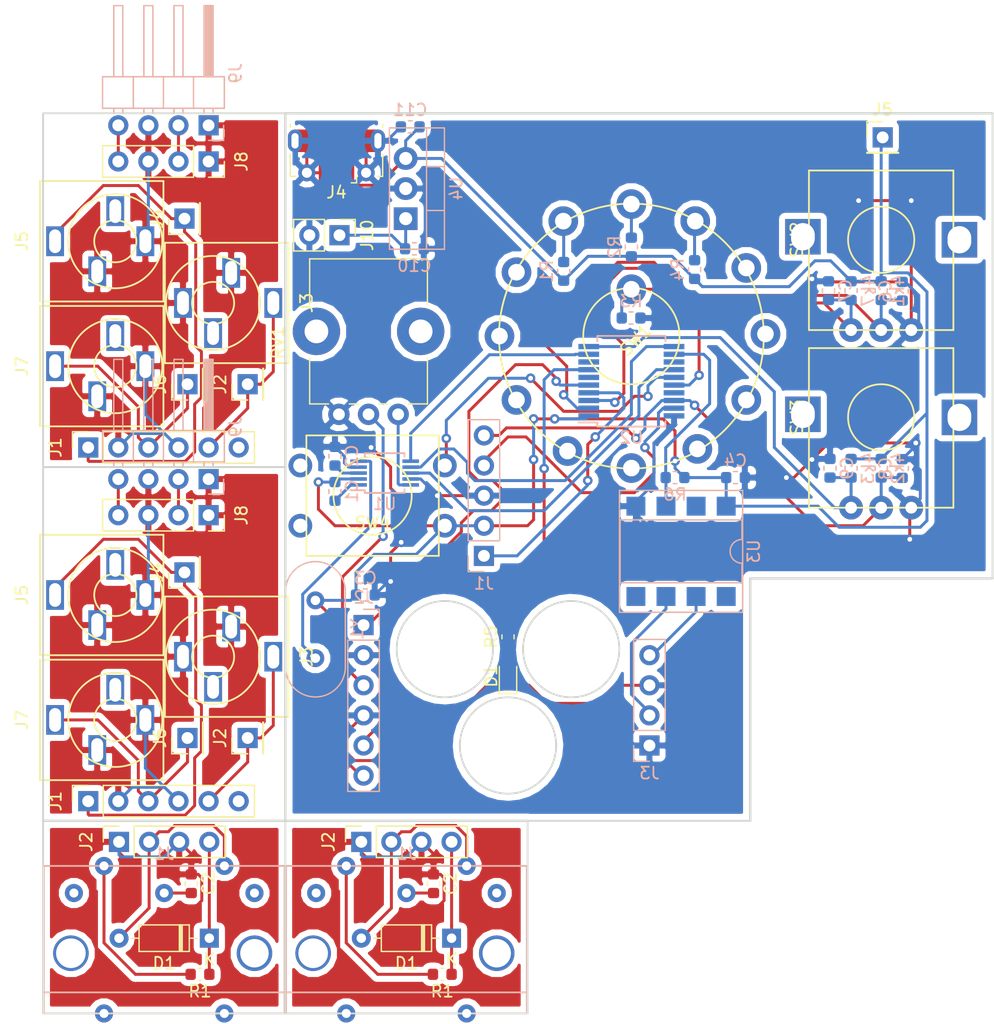
<source format=kicad_pcb>
(kicad_pcb (version 20171130) (host pcbnew "(5.0.2)-1")
  (layers (0 F.Cu signal) (31 B.Cu signal) (34 B.Paste user) (35 F.Paste user) (36 B.SilkS user) (37 F.SilkS user) (38 B.Mask user) (39 F.Mask user) (44 Edge.Cuts user))
  (net 0 "")
  (net 1 VDD)
  (net 2 B1)
  (net 3 B2)
  (net 4 A2)
  (net 5 A1)
  (net 6 "Net-(C1-Pad1)")
  (net 7 "Net-(C2-Pad1)")
  (net 8 BAT-)
  (net 9 BAT+)
  (net 10 "Net-(D1-Pad2)")
  (net 11 MCLR)
  (net 12 PGD)
  (net 13 PWM)
  (net 14 VOUT_)
  (net 15 TRIGGER)
  (net 16 MIDI-IN)
  (net 17 "Net-(R1-Pad1)")
  (net 18 "Net-(R2-Pad1)")
  (net 19 "Net-(R3-Pad2)")
  (net 20 "Net-(R4-Pad1)")
  (net 21 VOUT)
  (net 22 "Net-(SW1-Pad4)")
  (net 23 "Net-(SW1-Pad5)")
  (net 24 "Net-(SW1-Pad6)")
  (net 25 "Net-(SW1-Pad7)")
  (net 26 "Net-(SW1-Pad8)")
  (net 27 "Net-(SW1-Pad9)")
  (net 28 "Net-(SW1-Pad10)")
  (net 29 "Net-(SW1-Pad11)")
  (net 30 "Net-(SW1-Pad12)")
  (net 31 "Net-(SW4-Pad2)")
  (net 32 "Net-(SW4-Pad3)")
  (net 33 "Net-(SW4-Pad4)")
  (net 34 "Net-(U1-Pad5)")
  (net 35 SDO)
  (net 36 SCK)
  (net 37 FSYNC)
  (net 38 "Net-(J4-Pad2)")
  (net 39 "Net-(J4-Pad4)")
  (net 40 "Net-(J4-Pad3)")
  (net 41 "Net-(U2-Pad6)")
  (net 42 "Net-(U2-Pad8)")
  (net 43 "Net-(U2-Pad13)")
  (net 44 "Net-(U2-Pad17)")
  (net 45 D2)
  (net 46 "Net-(U3-Pad1)")
  (net 47 D1)
  (net 48 "Net-(U3-Pad7)")
  (net 49 "Net-(U3-Pad4)")
  (net 50 GND)
  (net 51 "Net-(C2-Pad2)")
  (net 52 "Net-(J1-Pad4)")
  (net 53 "Net-(J1-Pad1)")
  (net 54 "Net-(J1-Pad3)")
  (net 55 "Net-(J3-PadR)")
  (net 56 "Net-(J5-PadR)")
  (net 57 "Net-(J7-PadR)")
  (module Connector_PinHeader_2.54mm:PinHeader_1x05_P2.54mm_Vertical (layer B.Cu) (at 116.0145 87.757)
    (fp_text reference J1 (at 0 2.33) (layer B.SilkS) (effects (justify mirror)))
    (fp_text value Conn_01x05)
    (pad 1 thru_hole rect (at 0 0) (size 1.7 1.7) (drill 1) (layers *.Cu *.Mask) (net 11 MCLR))
    (pad 2 thru_hole oval (at 0 -2.54) (size 1.7 1.7) (drill 1) (layers *.Cu *.Mask) (net 1 VDD))
    (pad 3 thru_hole oval (at 0 -5.08) (size 1.7 1.7) (drill 1) (layers *.Cu *.Mask) (net 8 BAT-))
    (pad 4 thru_hole oval (at 0 -7.62) (size 1.7 1.7) (drill 1) (layers *.Cu *.Mask) (net 12 PGD))
    (pad 5 thru_hole oval (at 0 -10.16) (size 1.7 1.7) (drill 1) (layers *.Cu *.Mask) (net 3 B2))
  )
  (module Resistor_SMD:R_0603_1608Metric (layer B.Cu) (at 149.5425 65.3795 90)
    (fp_text reference 4k1 (at 0 1.43 90) (layer B.SilkS) (effects (justify mirror)))
    (fp_text value R)
    (pad 2 smd roundrect (at 0.7875 0 90) (size 0.875 0.95) (layers B.Cu B.Paste B.Mask) (net 1 VDD))
    (pad 1 smd roundrect (at -0.7875 0 90) (size 0.875 0.95) (layers B.Cu B.Paste B.Mask) (net 2 B1))
  )
  (module Resistor_SMD:R_0603_1608Metric (layer B.Cu) (at 149.5425 80.3655 90)
    (fp_text reference 4k2 (at 0 1.43 90) (layer B.SilkS) (effects (justify mirror)))
    (fp_text value R)
    (pad 1 smd roundrect (at -0.7875 0 90) (size 0.875 0.95) (layers B.Cu B.Paste B.Mask) (net 3 B2))
    (pad 2 smd roundrect (at 0.7875 0 90) (size 0.875 0.95) (layers B.Cu B.Paste B.Mask) (net 1 VDD))
  )
  (module Resistor_SMD:R_0603_1608Metric (layer B.Cu) (at 147.0025 80.3655 90)
    (fp_text reference 4k3 (at 0 1.43 90) (layer B.SilkS) (effects (justify mirror)))
    (fp_text value R)
    (pad 1 smd roundrect (at -0.7875 0 90) (size 0.875 0.95) (layers B.Cu B.Paste B.Mask) (net 4 A2))
    (pad 2 smd roundrect (at 0.7875 0 90) (size 0.875 0.95) (layers B.Cu B.Paste B.Mask) (net 1 VDD))
  )
  (module Resistor_SMD:R_0603_1608Metric (layer B.Cu) (at 147.0025 65.3795 90)
    (fp_text reference 4k7 (at 0 1.43 90) (layer B.SilkS) (effects (justify mirror)))
    (fp_text value R)
    (pad 1 smd roundrect (at -0.7875 0 90) (size 0.875 0.95) (layers B.Cu B.Paste B.Mask) (net 5 A1))
    (pad 2 smd roundrect (at 0.7875 0 90) (size 0.875 0.95) (layers B.Cu B.Paste B.Mask) (net 1 VDD))
  )
  (module Capacitor_SMD:C_0603_1608Metric (layer B.Cu) (at 103.4415 82.3215 90)
    (fp_text reference C1 (at 0 1.43 90) (layer B.SilkS) (effects (justify mirror)))
    (fp_text value 10nF)
    (pad 2 smd roundrect (at 0.7875 0 90) (size 0.875 0.95) (layers B.Cu B.Paste B.Mask) (net 1 VDD))
    (pad 1 smd roundrect (at -0.7875 0 90) (size 0.875 0.95) (layers B.Cu B.Paste B.Mask) (net 6 "Net-(C1-Pad1)"))
  )
  (module Capacitor_SMD:C_0603_1608Metric (layer B.Cu) (at 103.4415 79.3495 90)
    (fp_text reference C2 (at 0 1.43 90) (layer B.SilkS) (effects (justify mirror)))
    (fp_text value 100nF)
    (pad 1 smd roundrect (at -0.7875 0 90) (size 0.875 0.95) (layers B.Cu B.Paste B.Mask) (net 7 "Net-(C2-Pad1)"))
    (pad 2 smd roundrect (at 0.7875 0 90) (size 0.875 0.95) (layers B.Cu B.Paste B.Mask) (net 8 BAT-))
  )
  (module Capacitor_SMD:C_0603_1608Metric (layer B.Cu) (at 106.007 91.059 180)
    (fp_text reference C3 (at 0 1.43 180) (layer B.SilkS) (effects (justify mirror)))
    (fp_text value 100nF)
    (pad 1 smd roundrect (at -0.7875 0 180) (size 0.875 0.95) (layers B.Cu B.Paste B.Mask) (net 8 BAT-))
    (pad 2 smd roundrect (at 0.7875 0 180) (size 0.875 0.95) (layers B.Cu B.Paste B.Mask) (net 1 VDD))
  )
  (module Capacitor_SMD:C_0603_1608Metric (layer B.Cu) (at 151.3205 65.4305 270)
    (fp_text reference C6 (at 0 1.43 270) (layer B.SilkS) (effects (justify mirror)))
    (fp_text value 100nF)
    (pad 2 smd roundrect (at 0.7875 0 270) (size 0.875 0.95) (layers B.Cu B.Paste B.Mask) (net 2 B1))
    (pad 1 smd roundrect (at -0.7875 0 270) (size 0.875 0.95) (layers B.Cu B.Paste B.Mask) (net 8 BAT-))
  )
  (module Capacitor_SMD:C_0603_1608Metric (layer B.Cu) (at 145.0975 65.3795 90)
    (fp_text reference C7 (at 0 1.43 90) (layer B.SilkS) (effects (justify mirror)))
    (fp_text value 100nF)
    (pad 1 smd roundrect (at -0.7875 0 90) (size 0.875 0.95) (layers B.Cu B.Paste B.Mask) (net 5 A1))
    (pad 2 smd roundrect (at 0.7875 0 90) (size 0.875 0.95) (layers B.Cu B.Paste B.Mask) (net 8 BAT-))
  )
  (module Capacitor_SMD:C_0603_1608Metric (layer B.Cu) (at 151.3205 80.391 270)
    (fp_text reference C8 (at 0 1.43 270) (layer B.SilkS) (effects (justify mirror)))
    (fp_text value 100nF)
    (pad 2 smd roundrect (at 0.7875 0 270) (size 0.875 0.95) (layers B.Cu B.Paste B.Mask) (net 3 B2))
    (pad 1 smd roundrect (at -0.7875 0 270) (size 0.875 0.95) (layers B.Cu B.Paste B.Mask) (net 8 BAT-))
  )
  (module Capacitor_SMD:C_0603_1608Metric (layer B.Cu) (at 145.2245 80.3655 90)
    (fp_text reference C9 (at 0 1.43 90) (layer B.SilkS) (effects (justify mirror)))
    (fp_text value 100nF)
    (pad 1 smd roundrect (at -0.7875 0 90) (size 0.875 0.95) (layers B.Cu B.Paste B.Mask) (net 4 A2))
    (pad 2 smd roundrect (at 0.7875 0 90) (size 0.875 0.95) (layers B.Cu B.Paste B.Mask) (net 8 BAT-))
  )
  (module Capacitor_SMD:C_0603_1608Metric (layer B.Cu) (at 110.147 61.849)
    (fp_text reference C10 (at 0 1.43) (layer B.SilkS) (effects (justify mirror)))
    (fp_text value 0.33uF)
    (pad 1 smd roundrect (at -0.7875 0) (size 0.875 0.95) (layers B.Cu B.Paste B.Mask) (net 9 BAT+))
    (pad 2 smd roundrect (at 0.7875 0) (size 0.875 0.95) (layers B.Cu B.Paste B.Mask) (net 8 BAT-))
  )
  (module Capacitor_SMD:C_0603_1608Metric (layer B.Cu) (at 109.7915 51.562 180)
    (fp_text reference C11 (at 0 1.43 180) (layer B.SilkS) (effects (justify mirror)))
    (fp_text value 0.1uF)
    (pad 2 smd roundrect (at 0.7875 0 180) (size 0.875 0.95) (layers B.Cu B.Paste B.Mask) (net 8 BAT-))
    (pad 1 smd roundrect (at -0.7875 0 180) (size 0.875 0.95) (layers B.Cu B.Paste B.Mask) (net 1 VDD))
  )
  (module LED_SMD:LED_0603_1608Metric (layer F.Cu) (at 118.0465 97.8915 90)
    (fp_text reference D1 (at 0 -1.43 90) (layer F.SilkS))
    (fp_text value LED)
    (pad 1 smd roundrect (at -0.7875 0 90) (size 0.875 0.95) (layers F.Cu F.Paste F.Mask) (net 8 BAT-))
    (pad 2 smd roundrect (at 0.7875 0 90) (size 0.875 0.95) (layers F.Cu F.Paste F.Mask) (net 10 "Net-(D1-Pad2)"))
  )
  (module Connector_PinHeader_2.54mm:PinHeader_1x06_P2.54mm_Vertical (layer B.Cu) (at 105.8545 93.599 180)
    (fp_text reference J2 (at 0 2.33 180) (layer B.SilkS) (effects (justify mirror)))
    (fp_text value Conn_01x06)
    (pad 1 thru_hole rect (at 0 0 180) (size 1.7 1.7) (drill 1) (layers *.Cu *.Mask) (net 13 PWM))
    (pad 2 thru_hole oval (at 0 -2.54 180) (size 1.7 1.7) (drill 1) (layers *.Cu *.Mask) (net 8 BAT-))
    (pad 3 thru_hole oval (at 0 -5.08 180) (size 1.7 1.7) (drill 1) (layers *.Cu *.Mask) (net 14 VOUT_))
    (pad 4 thru_hole oval (at 0 -7.62 180) (size 1.7 1.7) (drill 1) (layers *.Cu *.Mask) (net 8 BAT-))
    (pad 5 thru_hole oval (at 0 -10.16 180) (size 1.7 1.7) (drill 1) (layers *.Cu *.Mask) (net 15 TRIGGER))
    (pad 6 thru_hole oval (at 0 -12.7 180) (size 1.7 1.7) (drill 1) (layers *.Cu *.Mask) (net 1 VDD))
  )
  (module Connector_PinHeader_2.54mm:PinHeader_1x01_P2.54mm_Vertical (layer F.Cu) (at 149.6695 52.451)
    (fp_text reference J5 (at 0 -2.33) (layer F.SilkS))
    (fp_text value VDD)
    (pad 1 thru_hole rect (at 0 0) (size 1.7 1.7) (drill 1) (layers *.Cu *.Mask) (net 1 VDD))
  )
  (module Connector_PinHeader_2.54mm:PinHeader_1x02_P2.54mm_Vertical (layer F.Cu) (at 103.8225 60.706 270)
    (fp_text reference J10 (at 0 -2.33 270) (layer F.SilkS))
    (fp_text value Conn_01x02)
    (pad 1 thru_hole rect (at 0 0 270) (size 1.7 1.7) (drill 1) (layers *.Cu *.Mask) (net 9 BAT+))
    (pad 2 thru_hole oval (at 0 2.54 270) (size 1.7 1.7) (drill 1) (layers *.Cu *.Mask) (net 8 BAT-))
  )
  (module Resistor_SMD:R_0603_1608Metric (layer B.Cu) (at 122.7455 63.754 270)
    (fp_text reference R1 (at 0 1.43 270) (layer B.SilkS) (effects (justify mirror)))
    (fp_text value 10)
    (pad 2 smd roundrect (at 0.7875 0 270) (size 0.875 0.95) (layers B.Cu B.Paste B.Mask) (net 1 VDD))
    (pad 1 smd roundrect (at -0.7875 0 270) (size 0.875 0.95) (layers B.Cu B.Paste B.Mask) (net 17 "Net-(R1-Pad1)"))
  )
  (module Resistor_SMD:R_0603_1608Metric (layer B.Cu) (at 128.4605 61.6965 270)
    (fp_text reference R2 (at 0 1.43 270) (layer B.SilkS) (effects (justify mirror)))
    (fp_text value 1k)
    (pad 1 smd roundrect (at -0.7875 0 270) (size 0.875 0.95) (layers B.Cu B.Paste B.Mask) (net 18 "Net-(R2-Pad1)"))
    (pad 2 smd roundrect (at 0.7875 0 270) (size 0.875 0.95) (layers B.Cu B.Paste B.Mask) (net 1 VDD))
  )
  (module Resistor_SMD:R_0603_1608Metric (layer B.Cu) (at 128.435 67.691 180)
    (fp_text reference R3 (at 0 1.43 180) (layer B.SilkS) (effects (justify mirror)))
    (fp_text value 1k)
    (pad 2 smd roundrect (at 0.7875 0 180) (size 0.875 0.95) (layers B.Cu B.Paste B.Mask) (net 19 "Net-(R3-Pad2)"))
    (pad 1 smd roundrect (at -0.7875 0 180) (size 0.875 0.95) (layers B.Cu B.Paste B.Mask) (net 8 BAT-))
  )
  (module Resistor_SMD:R_0603_1608Metric (layer B.Cu) (at 133.7945 63.6015 270)
    (fp_text reference R4 (at 0 1.43 270) (layer B.SilkS) (effects (justify mirror)))
    (fp_text value 10k)
    (pad 1 smd roundrect (at -0.7875 0 270) (size 0.875 0.95) (layers B.Cu B.Paste B.Mask) (net 20 "Net-(R4-Pad1)"))
    (pad 2 smd roundrect (at 0.7875 0 270) (size 0.875 0.95) (layers B.Cu B.Paste B.Mask) (net 1 VDD))
  )
  (module Resistor_SMD:R_0603_1608Metric (layer F.Cu) (at 118.0465 94.5895 90)
    (fp_text reference R5 (at 0 -1.43 90) (layer F.SilkS))
    (fp_text value 100)
    (pad 2 smd roundrect (at 0.7875 0 90) (size 0.875 0.95) (layers F.Cu F.Paste F.Mask) (net 15 TRIGGER))
    (pad 1 smd roundrect (at -0.7875 0 90) (size 0.875 0.95) (layers F.Cu F.Paste F.Mask) (net 10 "Net-(D1-Pad2)"))
  )
  (module synth:rotary_12 (layer F.Cu) (at 128.4605 69.215 45)
    (fp_text reference SW1 (at 0 0.5 45) (layer F.SilkS))
    (fp_text value MODE)
    (pad 4 thru_hole circle (at 10.922 2.794 45) (size 2.5 2.5) (drill 1.4) (layers *.Cu *.Mask) (net 22 "Net-(SW1-Pad4)"))
    (pad 5 thru_hole circle (at 8.128 7.874 45) (size 2.5 2.5) (drill 1.4) (layers *.Cu *.Mask) (net 23 "Net-(SW1-Pad5)"))
    (pad 6 thru_hole circle (at 3.048 10.668001 45) (size 2.5 2.5) (drill 1.4) (layers *.Cu *.Mask) (net 24 "Net-(SW1-Pad6)"))
    (pad 7 thru_hole circle (at -2.794 10.668 45) (size 2.5 2.5) (drill 1.4) (layers *.Cu *.Mask) (net 25 "Net-(SW1-Pad7)"))
    (pad 8 thru_hole circle (at -7.874 7.874 45) (size 2.5 2.5) (drill 1.4) (layers *.Cu *.Mask) (net 26 "Net-(SW1-Pad8)"))
    (pad 9 thru_hole circle (at -10.668001 3.048 45) (size 2.5 2.5) (drill 1.4) (layers *.Cu *.Mask) (net 27 "Net-(SW1-Pad9)"))
    (pad 10 thru_hole circle (at -10.668001 -3.048 45) (size 2.5 2.5) (drill 1.4) (layers *.Cu *.Mask) (net 28 "Net-(SW1-Pad10)"))
    (pad 11 thru_hole circle (at -7.874 -7.874 45) (size 2.5 2.5) (drill 1.4) (layers *.Cu *.Mask) (net 29 "Net-(SW1-Pad11)"))
    (pad 12 thru_hole circle (at -3.048 -10.668001 45) (size 2.5 2.5) (drill 1.4) (layers *.Cu *.Mask) (net 30 "Net-(SW1-Pad12)"))
    (pad 1 thru_hole circle (at 2.794 -10.922 45) (size 2.5 2.5) (drill 1.4) (layers *.Cu *.Mask) (net 17 "Net-(R1-Pad1)"))
    (pad 2 thru_hole circle (at 7.874 -7.874 45) (size 2.5 2.5) (drill 1.4) (layers *.Cu *.Mask) (net 18 "Net-(R2-Pad1)"))
    (pad 3 thru_hole circle (at 10.668001 -3.048 45) (size 2.5 2.5) (drill 1.4) (layers *.Cu *.Mask) (net 20 "Net-(R4-Pad1)"))
    (pad 13 thru_hole circle (at 2.794 -2.794 45) (size 2.5 2.5) (drill 1.4) (layers *.Cu *.Mask) (net 19 "Net-(R3-Pad2)"))
  )
  (module synth:Bourns-PEC12R-N (layer F.Cu) (at 149.5425 61.087 90)
    (fp_text reference SW2 (at 0 -7.12 90) (layer F.SilkS))
    (fp_text value D)
    (pad "" thru_hole rect (at 0 6.604 90) (size 3 3) (drill oval 2.3 2) (layers *.Cu *.Mask))
    (pad "" thru_hole rect (at 0.254 -6.604 90) (size 3 3) (drill oval 2.3 2) (layers *.Cu *.Mask))
    (pad C thru_hole circle (at -7.62 2.54 90) (size 2 2) (drill 1) (layers *.Cu *.Mask) (net 8 BAT-))
    (pad B thru_hole circle (at -7.62 0 90) (size 2 2) (drill 1) (layers *.Cu *.Mask) (net 2 B1))
    (pad A thru_hole circle (at -7.62 -2.54 90) (size 2 2) (drill 1) (layers *.Cu *.Mask) (net 5 A1))
  )
  (module synth:Bourns-PEC12R-N (layer F.Cu) (at 149.5425 76.073 90)
    (fp_text reference SW3 (at 0 -7.12 90) (layer F.SilkS))
    (fp_text value F)
    (pad A thru_hole circle (at -7.62 -2.54 90) (size 2 2) (drill 1) (layers *.Cu *.Mask) (net 4 A2))
    (pad B thru_hole circle (at -7.62 0 90) (size 2 2) (drill 1) (layers *.Cu *.Mask) (net 3 B2))
    (pad C thru_hole circle (at -7.62 2.54 90) (size 2 2) (drill 1) (layers *.Cu *.Mask) (net 8 BAT-))
    (pad "" thru_hole rect (at 0.254 -6.604 90) (size 3 3) (drill oval 2.3 2) (layers *.Cu *.Mask))
    (pad "" thru_hole rect (at 0 6.604 90) (size 3 3) (drill oval 2.3 2) (layers *.Cu *.Mask))
  )
  (module synth:PUSH_BUTTON (layer F.Cu) (at 106.6165 82.677 180)
    (fp_text reference SW4 (at 0 -2.294 180) (layer F.SilkS))
    (fp_text value TRIG)
    (pad 1 thru_hole circle (at -6.096 -2.54 180) (size 2 2) (drill 1.2) (layers *.Cu *.Mask) (net 1 VDD))
    (pad 2 thru_hole circle (at 6.096 -2.54 180) (size 2 2) (drill 1.2) (layers *.Cu *.Mask) (net 31 "Net-(SW4-Pad2)"))
    (pad 3 thru_hole circle (at -6.096 2.54 180) (size 2 2) (drill 1.2) (layers *.Cu *.Mask) (net 32 "Net-(SW4-Pad3)"))
    (pad 4 thru_hole circle (at 6.096 2.54 180) (size 2 2) (drill 1.2) (layers *.Cu *.Mask) (net 33 "Net-(SW4-Pad4)"))
  )
  (module Crystal:Crystal_HC49-4H_Vertical (layer B.Cu) (at 101.7905 96.393 90)
    (fp_text reference Y1 (at 2.44 3.525 90) (layer B.SilkS) (effects (justify mirror)))
    (fp_text value 4MHz)
    (pad 1 thru_hole circle (at 0 0 90) (size 1.5 1.5) (drill 0.8) (layers *.Cu *.Mask) (net 34 "Net-(U1-Pad5)"))
    (pad 2 thru_hole circle (at 4.88 0 90) (size 1.5 1.5) (drill 0.8) (layers *.Cu *.Mask) (net 1 VDD))
  )
  (module Connector_USB:USB_Micro-B_Molex-105017-0001 (layer F.Cu) (at 103.5685 53.975 180)
    (fp_text reference J4 (at 0 -3.1125 180) (layer F.SilkS))
    (fp_text value USB_OTG)
    (pad 6 smd rect (at 1 1.2375 180) (size 1.5 1.9) (layers F.Cu F.Paste F.Mask) (net 8 BAT-))
    (pad 6 thru_hole circle (at -2.5 -1.4625 180) (size 1.45 1.45) (drill 0.85) (layers *.Cu *.Mask) (net 8 BAT-))
    (pad 2 smd rect (at -0.65 -1.4625 180) (size 0.4 1.35) (layers F.Cu F.Paste F.Mask) (net 38 "Net-(J4-Pad2)"))
    (pad 1 smd rect (at -1.3 -1.4625 180) (size 0.4 1.35) (layers F.Cu F.Paste F.Mask) (net 1 VDD))
    (pad 5 smd rect (at 1.3 -1.4625 180) (size 0.4 1.35) (layers F.Cu F.Paste F.Mask) (net 8 BAT-))
    (pad 4 smd rect (at 0.65 -1.4625 180) (size 0.4 1.35) (layers F.Cu F.Paste F.Mask) (net 39 "Net-(J4-Pad4)"))
    (pad 3 smd rect (at 0 -1.4625 180) (size 0.4 1.35) (layers F.Cu F.Paste F.Mask) (net 40 "Net-(J4-Pad3)"))
    (pad 6 thru_hole circle (at 2.5 -1.4625 180) (size 1.45 1.45) (drill 0.85) (layers *.Cu *.Mask) (net 8 BAT-))
    (pad 6 smd rect (at -1 1.2375 180) (size 1.5 1.9) (layers F.Cu F.Paste F.Mask) (net 8 BAT-))
    (pad 6 thru_hole oval (at -3.5 1.2375) (size 1.2 1.9) (drill oval 0.6 1.3) (layers *.Cu *.Mask) (net 8 BAT-))
    (pad 6 thru_hole oval (at 3.5 1.2375 180) (size 1.2 1.9) (drill oval 0.6 1.3) (layers *.Cu *.Mask) (net 8 BAT-))
    (pad 6 smd rect (at 2.9 1.2375 180) (size 1.2 1.9) (layers F.Cu F.Mask) (net 8 BAT-))
    (pad 6 smd rect (at -2.9 1.2375 180) (size 1.2 1.9) (layers F.Cu F.Mask) (net 8 BAT-))
  )
  (module Package_SO:SSOP-20_5.3x7.2mm_P0.65mm (layer B.Cu) (at 128.4605 73.025)
    (fp_text reference U2 (at 0 4.75) (layer B.SilkS) (effects (justify mirror)))
    (fp_text value PIC16F1459-ISS)
    (pad 1 smd rect (at -3.6 2.925) (size 1.75 0.45) (layers B.Cu B.Paste B.Mask) (net 1 VDD))
    (pad 2 smd rect (at -3.6 2.275) (size 1.75 0.45) (layers B.Cu B.Paste B.Mask) (net 2 B1))
    (pad 3 smd rect (at -3.6 1.625) (size 1.75 0.45) (layers B.Cu B.Paste B.Mask) (net 5 A1))
    (pad 4 smd rect (at -3.6 0.975) (size 1.75 0.45) (layers B.Cu B.Paste B.Mask) (net 11 MCLR))
    (pad 5 smd rect (at -3.6 0.325) (size 1.75 0.45) (layers B.Cu B.Paste B.Mask) (net 13 PWM))
    (pad 6 smd rect (at -3.6 -0.325) (size 1.75 0.45) (layers B.Cu B.Paste B.Mask) (net 41 "Net-(U2-Pad6)"))
    (pad 7 smd rect (at -3.6 -0.975) (size 1.75 0.45) (layers B.Cu B.Paste B.Mask) (net 15 TRIGGER))
    (pad 8 smd rect (at -3.6 -1.625) (size 1.75 0.45) (layers B.Cu B.Paste B.Mask) (net 42 "Net-(U2-Pad8)"))
    (pad 9 smd rect (at -3.6 -2.275) (size 1.75 0.45) (layers B.Cu B.Paste B.Mask) (net 35 SDO))
    (pad 10 smd rect (at -3.6 -2.925) (size 1.75 0.45) (layers B.Cu B.Paste B.Mask) (net 4 A2))
    (pad 11 smd rect (at 3.6 -2.925) (size 1.75 0.45) (layers B.Cu B.Paste B.Mask) (net 36 SCK))
    (pad 12 smd rect (at 3.6 -2.275) (size 1.75 0.45) (layers B.Cu B.Paste B.Mask) (net 16 MIDI-IN))
    (pad 13 smd rect (at 3.6 -1.625) (size 1.75 0.45) (layers B.Cu B.Paste B.Mask) (net 43 "Net-(U2-Pad13)"))
    (pad 14 smd rect (at 3.6 -0.975) (size 1.75 0.45) (layers B.Cu B.Paste B.Mask) (net 37 FSYNC))
    (pad 15 smd rect (at 3.6 -0.325) (size 1.75 0.45) (layers B.Cu B.Paste B.Mask) (net 32 "Net-(SW4-Pad3)"))
    (pad 16 smd rect (at 3.6 0.325) (size 1.75 0.45) (layers B.Cu B.Paste B.Mask) (net 19 "Net-(R3-Pad2)"))
    (pad 17 smd rect (at 3.6 0.975) (size 1.75 0.45) (layers B.Cu B.Paste B.Mask) (net 44 "Net-(U2-Pad17)"))
    (pad 18 smd rect (at 3.6 1.625) (size 1.75 0.45) (layers B.Cu B.Paste B.Mask) (net 3 B2))
    (pad 19 smd rect (at 3.6 2.275) (size 1.75 0.45) (layers B.Cu B.Paste B.Mask) (net 12 PGD))
    (pad 20 smd rect (at 3.6 2.925) (size 1.75 0.45) (layers B.Cu B.Paste B.Mask) (net 8 BAT-))
  )
  (module Potentiometer_THT:Potentiometer_Bourns_PTV09A-1_Single_Vertical (layer F.Cu) (at 108.7755 75.819 90)
    (fp_text reference RV1 (at 6.05 -10.15 90) (layer F.SilkS))
    (fp_text value 20k)
    (pad 3 thru_hole circle (at 0 -5 90) (size 1.8 1.8) (drill 1) (layers *.Cu *.Mask) (net 8 BAT-))
    (pad 2 thru_hole circle (at 0 -2.5 90) (size 1.8 1.8) (drill 1) (layers *.Cu *.Mask) (net 14 VOUT_))
    (pad 1 thru_hole circle (at 0 0 90) (size 1.8 1.8) (drill 1) (layers *.Cu *.Mask) (net 21 VOUT))
    (pad "" np_thru_hole circle (at 7 -6.9 90) (size 4 4) (drill 2) (layers *.Cu *.Mask))
    (pad "" np_thru_hole circle (at 7 1.9 90) (size 4 4) (drill 2) (layers *.Cu *.Mask))
  )
  (module Capacitor_SMD:C_0603_1608Metric (layer B.Cu) (at 137.249 81.153 180)
    (fp_text reference C4 (at 0 1.43 180) (layer B.SilkS) (effects (justify mirror)))
    (fp_text value 0.1uF)
    (pad 1 smd roundrect (at -0.7875 0 180) (size 0.875 0.95) (layers B.Cu B.Paste B.Mask) (net 8 BAT-))
    (pad 2 smd roundrect (at 0.7875 0 180) (size 0.875 0.95) (layers B.Cu B.Paste B.Mask) (net 1 VDD))
  )
  (module Resistor_SMD:R_0603_1608Metric (layer B.Cu) (at 132.1435 81.153)
    (fp_text reference R6 (at 0 1.43) (layer B.SilkS) (effects (justify mirror)))
    (fp_text value 1k)
    (pad 1 smd roundrect (at -0.7875 0) (size 0.875 0.95) (layers B.Cu B.Paste B.Mask) (net 16 MIDI-IN))
    (pad 2 smd roundrect (at 0.7875 0) (size 0.875 0.95) (layers B.Cu B.Paste B.Mask) (net 1 VDD))
  )
  (module Package_DIP:DIP-8_W7.62mm_SMDSocket_SmallPads (layer B.Cu) (at 132.6515 87.376 90)
    (fp_text reference U3 (at 0 6.14 90) (layer B.SilkS) (effects (justify mirror)))
    (fp_text value 6N137)
    (pad 1 smd rect (at -3.81 3.81 90) (size 1.6 1.6) (layers B.Cu B.Paste B.Mask) (net 46 "Net-(U3-Pad1)"))
    (pad 5 smd rect (at 3.81 -3.81 90) (size 1.6 1.6) (layers B.Cu B.Paste B.Mask) (net 8 BAT-))
    (pad 2 smd rect (at -3.81 1.27 90) (size 1.6 1.6) (layers B.Cu B.Paste B.Mask) (net 47 D1))
    (pad 6 smd rect (at 3.81 -1.27 90) (size 1.6 1.6) (layers B.Cu B.Paste B.Mask) (net 16 MIDI-IN))
    (pad 3 smd rect (at -3.81 -1.27 90) (size 1.6 1.6) (layers B.Cu B.Paste B.Mask) (net 45 D2))
    (pad 7 smd rect (at 3.81 1.27 90) (size 1.6 1.6) (layers B.Cu B.Paste B.Mask) (net 48 "Net-(U3-Pad7)"))
    (pad 4 smd rect (at -3.81 -3.81 90) (size 1.6 1.6) (layers B.Cu B.Paste B.Mask) (net 49 "Net-(U3-Pad4)"))
    (pad 8 smd rect (at 3.81 3.81 90) (size 1.6 1.6) (layers B.Cu B.Paste B.Mask) (net 1 VDD))
  )
  (module Connector_PinHeader_2.54mm:PinHeader_1x04_P2.54mm_Vertical (layer B.Cu) (at 129.9845 103.759)
    (fp_text reference J3 (at 0 2.33) (layer B.SilkS) (effects (justify mirror)))
    (fp_text value Conn_01x04)
    (pad 1 thru_hole rect (at 0 0) (size 1.7 1.7) (drill 1) (layers *.Cu *.Mask) (net 8 BAT-))
    (pad 2 thru_hole oval (at 0 -2.54) (size 1.7 1.7) (drill 1) (layers *.Cu *.Mask) (net 45 D2))
    (pad 3 thru_hole oval (at 0 -5.08) (size 1.7 1.7) (drill 1) (layers *.Cu *.Mask) (net 8 BAT-))
    (pad 4 thru_hole oval (at 0 -7.62) (size 1.7 1.7) (drill 1) (layers *.Cu *.Mask) (net 47 D1))
  )
  (module Package_TO_SOT_THT:TO-220-3_Vertical (layer B.Cu) (at 109.4105 59.309 90)
    (fp_text reference U4 (at 2.54 4.27 90) (layer B.SilkS) (effects (justify mirror)))
    (fp_text value LM7805_TO220)
    (pad 1 thru_hole rect (at 0 0 90) (size 1.905 2) (drill 1.1) (layers *.Cu *.Mask) (net 9 BAT+))
    (pad 2 thru_hole oval (at 2.54 0 90) (size 1.905 2) (drill 1.1) (layers *.Cu *.Mask) (net 8 BAT-))
    (pad 3 thru_hole oval (at 5.08 0 90) (size 1.905 2) (drill 1.1) (layers *.Cu *.Mask) (net 1 VDD))
  )
  (module Package_SO:MSOP-10_3x3mm_P0.5mm (layer B.Cu) (at 107.6325 80.772)
    (fp_text reference U1 (at 0 2.6) (layer B.SilkS) (effects (justify mirror)))
    (fp_text value AD9833)
    (pad 1 smd rect (at -2.2 1) (size 1.4 0.3) (layers B.Cu B.Paste B.Mask) (net 6 "Net-(C1-Pad1)"))
    (pad 2 smd rect (at -2.2 0.5) (size 1.4 0.3) (layers B.Cu B.Paste B.Mask) (net 1 VDD))
    (pad 3 smd rect (at -2.2 0) (size 1.4 0.3) (layers B.Cu B.Paste B.Mask) (net 7 "Net-(C2-Pad1)"))
    (pad 4 smd rect (at -2.2 -0.5) (size 1.4 0.3) (layers B.Cu B.Paste B.Mask) (net 8 BAT-))
    (pad 5 smd rect (at -2.2 -1) (size 1.4 0.3) (layers B.Cu B.Paste B.Mask) (net 34 "Net-(U1-Pad5)"))
    (pad 6 smd rect (at 2.2 -1) (size 1.4 0.3) (layers B.Cu B.Paste B.Mask) (net 35 SDO))
    (pad 7 smd rect (at 2.2 -0.5) (size 1.4 0.3) (layers B.Cu B.Paste B.Mask) (net 36 SCK))
    (pad 8 smd rect (at 2.2 0) (size 1.4 0.3) (layers B.Cu B.Paste B.Mask) (net 37 FSYNC))
    (pad 9 smd rect (at 2.2 0.5) (size 1.4 0.3) (layers B.Cu B.Paste B.Mask) (net 8 BAT-))
    (pad 10 smd rect (at 2.2 1) (size 1.4 0.3) (layers B.Cu B.Paste B.Mask) (net 21 VOUT))
  )
  (module Diode_THT:D_DO-35_SOD27_P7.62mm_Horizontal (layer F.Cu) (at 92.837 120.015 180)
    (fp_text reference D1 (at 3.81 -2.12 180) (layer F.SilkS))
    (fp_text value 1N4148)
    (fp_text user K (at 0 -1.8 180) (layer F.SilkS))
    (pad 1 thru_hole rect (at 0 0 180) (size 1.6 1.6) (drill 0.8) (layers *.Cu *.Mask) (net 47 D1))
    (pad 2 thru_hole oval (at 7.62 0 180) (size 1.6 1.6) (drill 0.8) (layers *.Cu *.Mask) (net 45 D2))
  )
  (module Capacitor_SMD:C_0603_1608Metric (layer F.Cu) (at 91.313 115.4175 270)
    (fp_text reference C2 (at 0 -1.43 270) (layer F.SilkS))
    (fp_text value 10nF)
    (pad 1 smd roundrect (at -0.7875 0 270) (size 0.875 0.95) (layers F.Cu F.Paste F.Mask) (net 50 GND))
    (pad 2 smd roundrect (at 0.7875 0 270) (size 0.875 0.95) (layers F.Cu F.Paste F.Mask) (net 51 "Net-(C2-Pad2)"))
  )
  (module Resistor_SMD:R_0603_1608Metric (layer F.Cu) (at 92.0495 123.063 180)
    (fp_text reference R1 (at 0 -1.43 180) (layer F.SilkS))
    (fp_text value 220)
    (pad 1 smd roundrect (at -0.7875 0 180) (size 0.875 0.95) (layers F.Cu F.Paste F.Mask) (net 47 D1))
    (pad 2 smd roundrect (at 0.7875 0 180) (size 0.875 0.95) (layers F.Cu F.Paste F.Mask) (net 52 "Net-(J1-Pad4)"))
  )
  (module Connector_PinSocket_2.54mm:PinSocket_1x04_P2.54mm_Vertical (layer F.Cu) (at 85.217 111.887 90)
    (fp_text reference J2 (at 0 -2.77 90) (layer F.SilkS))
    (fp_text value Conn_01x04)
    (pad 1 thru_hole rect (at 0 0 90) (size 1.7 1.7) (drill 1) (layers *.Cu *.Mask) (net 50 GND))
    (pad 2 thru_hole oval (at 0 2.54 90) (size 1.7 1.7) (drill 1) (layers *.Cu *.Mask) (net 45 D2))
    (pad 3 thru_hole oval (at 0 5.08 90) (size 1.7 1.7) (drill 1) (layers *.Cu *.Mask) (net 50 GND))
    (pad 4 thru_hole oval (at 0 7.62 90) (size 1.7 1.7) (drill 1) (layers *.Cu *.Mask) (net 47 D1))
  )
  (module synth:MIDI_IN (layer B.Cu) (at 89.027 116.205 180)
    (fp_text reference J1 (at 0 3.31 180) (layer B.SilkS) (effects (justify mirror)))
    (fp_text value "MIDI IN")
    (pad 1 thru_hole circle (at 7.62 0 180) (size 1.524 1.524) (drill 0.762) (layers *.Cu *.Mask) (net 53 "Net-(J1-Pad1)"))
    (pad 2 thru_hole circle (at 0 0 180) (size 1.524 1.524) (drill 0.762) (layers *.Cu *.Mask) (net 51 "Net-(C2-Pad2)"))
    (pad 3 thru_hole circle (at -7.62 0 180) (size 1.524 1.524) (drill 0.762) (layers *.Cu *.Mask) (net 54 "Net-(J1-Pad3)"))
    (pad 4 thru_hole circle (at 5.08 2.286 180) (size 1.524 1.524) (drill 0.762) (layers *.Cu *.Mask) (net 52 "Net-(J1-Pad4)"))
    (pad 5 thru_hole circle (at -5.08 2.286 180) (size 1.524 1.524) (drill 0.762) (layers *.Cu *.Mask) (net 45 D2))
    (pad "" thru_hole circle (at -7.62 -5.08 180) (size 3 3) (drill 2.4) (layers *.Cu *.Mask))
    (pad "" thru_hole circle (at 7.874 -5.08 180) (size 3 3) (drill 2.5) (layers *.Cu *.Mask))
    (pad "" thru_hole circle (at 5.08 -10.16 180) (size 1.524 1.524) (drill 0.762) (layers *.Cu *.Mask))
    (pad "" thru_hole circle (at -5.08 -10.16 180) (size 1.524 1.524) (drill 0.762) (layers *.Cu *.Mask))
  )
  (module Connector_PinSocket_2.54mm:PinSocket_1x06_P2.54mm_Vertical (layer F.Cu) (at 82.6135 78.613 90)
    (fp_text reference J1 (at 0 -2.77 90) (layer F.SilkS))
    (fp_text value Conn_01x06)
    (pad 1 thru_hole rect (at 0 0 90) (size 1.7 1.7) (drill 1) (layers *.Cu *.Mask) (net 13 PWM))
    (pad 2 thru_hole oval (at 0 2.54 90) (size 1.7 1.7) (drill 1) (layers *.Cu *.Mask) (net 50 GND))
    (pad 3 thru_hole oval (at 0 5.08 90) (size 1.7 1.7) (drill 1) (layers *.Cu *.Mask) (net 14 VOUT_))
    (pad 4 thru_hole oval (at 0 7.62 90) (size 1.7 1.7) (drill 1) (layers *.Cu *.Mask) (net 50 GND))
    (pad 5 thru_hole oval (at 0 10.16 90) (size 1.7 1.7) (drill 1) (layers *.Cu *.Mask) (net 15 TRIGGER))
    (pad 6 thru_hole oval (at 0 12.7 90) (size 1.7 1.7) (drill 1) (layers *.Cu *.Mask) (net 1 VDD))
  )
  (module Connector_PinHeader_2.54mm:PinHeader_1x01_P2.54mm_Vertical (layer F.Cu) (at 96.0755 73.279 90)
    (fp_text reference J2 (at 0 -2.33 90) (layer F.SilkS))
    (fp_text value TRIGGER)
    (pad 1 thru_hole rect (at 0 0 90) (size 1.7 1.7) (drill 1) (layers *.Cu *.Mask) (net 15 TRIGGER))
  )
  (module Connector_PinHeader_2.54mm:PinHeader_1x01_P2.54mm_Vertical (layer F.Cu) (at 90.7415 59.309 90)
    (fp_text reference J4 (at 0 -2.33 90) (layer F.SilkS))
    (fp_text value PWM)
    (pad 1 thru_hole rect (at 0 0 90) (size 1.7 1.7) (drill 1) (layers *.Cu *.Mask) (net 13 PWM))
  )
  (module Connector_PinHeader_2.54mm:PinHeader_1x01_P2.54mm_Vertical (layer F.Cu) (at 90.9955 73.279 90)
    (fp_text reference J6 (at 0 -2.33 90) (layer F.SilkS))
    (fp_text value VOUT)
    (pad 1 thru_hole rect (at 0 0 90) (size 1.7 1.7) (drill 1) (layers *.Cu *.Mask) (net 14 VOUT_))
  )
  (module Connector_PinSocket_2.54mm:PinSocket_1x04_P2.54mm_Vertical (layer F.Cu) (at 92.7735 54.483 270)
    (fp_text reference J8 (at 0 -2.77 270) (layer F.SilkS))
    (fp_text value Conn_01x04)
    (pad 1 thru_hole rect (at 0 0 270) (size 1.7 1.7) (drill 1) (layers *.Cu *.Mask) (net 50 GND))
    (pad 2 thru_hole oval (at 0 2.54 270) (size 1.7 1.7) (drill 1) (layers *.Cu *.Mask) (net 45 D2))
    (pad 3 thru_hole oval (at 0 5.08 270) (size 1.7 1.7) (drill 1) (layers *.Cu *.Mask) (net 50 GND))
    (pad 4 thru_hole oval (at 0 7.62 270) (size 1.7 1.7) (drill 1) (layers *.Cu *.Mask) (net 47 D1))
  )
  (module Connector_PinHeader_2.54mm:PinHeader_1x04_P2.54mm_Horizontal (layer B.Cu) (at 92.7735 51.435 90)
    (fp_text reference J9 (at 4.385 2.27 90) (layer B.SilkS) (effects (justify mirror)))
    (fp_text value Conn_01x04)
    (pad 1 thru_hole rect (at 0 0 90) (size 1.7 1.7) (drill 1) (layers *.Cu *.Mask) (net 50 GND))
    (pad 2 thru_hole oval (at 0 -2.54 90) (size 1.7 1.7) (drill 1) (layers *.Cu *.Mask) (net 45 D2))
    (pad 3 thru_hole oval (at 0 -5.08 90) (size 1.7 1.7) (drill 1) (layers *.Cu *.Mask) (net 50 GND))
    (pad 4 thru_hole oval (at 0 -7.62 90) (size 1.7 1.7) (drill 1) (layers *.Cu *.Mask) (net 47 D1))
  )
  (module synth:jack_audio (layer F.Cu) (at 84.8995 71.755 90)
    (fp_text reference J7 (at 0 -7.882 90) (layer F.SilkS))
    (fp_text value VOUT)
    (pad S thru_hole rect (at 0 2.54 90) (size 2.5 1.5) (drill oval 2 1) (layers *.Cu *.Mask) (net 50 GND))
    (pad G thru_hole rect (at -2.54 -1.524 90) (size 2.5 1.5) (drill oval 2 1) (layers *.Cu *.Mask) (net 50 GND))
    (pad R thru_hole rect (at 2.54 0 90) (size 2.5 1.5) (drill oval 2 1) (layers *.Cu *.Mask) (net 57 "Net-(J7-PadR)"))
    (pad T thru_hole rect (at 0 -5.08 90) (size 2.5 1.5) (drill oval 2 1) (layers *.Cu *.Mask) (net 14 VOUT_))
  )
  (module synth:jack_audio (layer F.Cu) (at 84.8995 61.214 90)
    (fp_text reference J5 (at 0 -7.882 90) (layer F.SilkS))
    (fp_text value PWM)
    (pad T thru_hole rect (at 0 -5.08 90) (size 2.5 1.5) (drill oval 2 1) (layers *.Cu *.Mask) (net 13 PWM))
    (pad R thru_hole rect (at 2.54 0 90) (size 2.5 1.5) (drill oval 2 1) (layers *.Cu *.Mask) (net 56 "Net-(J5-PadR)"))
    (pad G thru_hole rect (at -2.54 -1.524 90) (size 2.5 1.5) (drill oval 2 1) (layers *.Cu *.Mask) (net 50 GND))
    (pad S thru_hole rect (at 0 2.54 90) (size 2.5 1.5) (drill oval 2 1) (layers *.Cu *.Mask) (net 50 GND))
  )
  (module synth:jack_audio (layer F.Cu) (at 93.1545 66.421 270)
    (fp_text reference J3 (at 0 -7.882 270) (layer F.SilkS))
    (fp_text value TRIG)
    (pad T thru_hole rect (at 0 -5.08 270) (size 2.5 1.5) (drill oval 2 1) (layers *.Cu *.Mask) (net 15 TRIGGER))
    (pad R thru_hole rect (at 2.54 0 270) (size 2.5 1.5) (drill oval 2 1) (layers *.Cu *.Mask) (net 55 "Net-(J3-PadR)"))
    (pad G thru_hole rect (at -2.54 -1.524 270) (size 2.5 1.5) (drill oval 2 1) (layers *.Cu *.Mask) (net 50 GND))
    (pad S thru_hole rect (at 0 2.54 270) (size 2.5 1.5) (drill oval 2 1) (layers *.Cu *.Mask) (net 50 GND))
  )
  (module Connector_PinSocket_2.54mm:PinSocket_1x06_P2.54mm_Vertical (layer F.Cu) (at 82.6135 108.458 90)
    (fp_text reference J1 (at 0 -2.77 90) (layer F.SilkS))
    (fp_text value Conn_01x06)
    (pad 1 thru_hole rect (at 0 0 90) (size 1.7 1.7) (drill 1) (layers *.Cu *.Mask) (net 13 PWM))
    (pad 2 thru_hole oval (at 0 2.54 90) (size 1.7 1.7) (drill 1) (layers *.Cu *.Mask) (net 50 GND))
    (pad 3 thru_hole oval (at 0 5.08 90) (size 1.7 1.7) (drill 1) (layers *.Cu *.Mask) (net 14 VOUT_))
    (pad 4 thru_hole oval (at 0 7.62 90) (size 1.7 1.7) (drill 1) (layers *.Cu *.Mask) (net 50 GND))
    (pad 5 thru_hole oval (at 0 10.16 90) (size 1.7 1.7) (drill 1) (layers *.Cu *.Mask) (net 15 TRIGGER))
    (pad 6 thru_hole oval (at 0 12.7 90) (size 1.7 1.7) (drill 1) (layers *.Cu *.Mask) (net 1 VDD))
  )
  (module Connector_PinHeader_2.54mm:PinHeader_1x01_P2.54mm_Vertical (layer F.Cu) (at 96.0755 103.124 90)
    (fp_text reference J2 (at 0 -2.33 90) (layer F.SilkS))
    (fp_text value TRIGGER)
    (pad 1 thru_hole rect (at 0 0 90) (size 1.7 1.7) (drill 1) (layers *.Cu *.Mask) (net 15 TRIGGER))
  )
  (module Connector_PinHeader_2.54mm:PinHeader_1x01_P2.54mm_Vertical (layer F.Cu) (at 90.7415 89.154 90)
    (fp_text reference J4 (at 0 -2.33 90) (layer F.SilkS))
    (fp_text value PWM)
    (pad 1 thru_hole rect (at 0 0 90) (size 1.7 1.7) (drill 1) (layers *.Cu *.Mask) (net 13 PWM))
  )
  (module Connector_PinHeader_2.54mm:PinHeader_1x01_P2.54mm_Vertical (layer F.Cu) (at 90.9955 103.124 90)
    (fp_text reference J6 (at 0 -2.33 90) (layer F.SilkS))
    (fp_text value VOUT)
    (pad 1 thru_hole rect (at 0 0 90) (size 1.7 1.7) (drill 1) (layers *.Cu *.Mask) (net 14 VOUT_))
  )
  (module Connector_PinSocket_2.54mm:PinSocket_1x04_P2.54mm_Vertical (layer F.Cu) (at 92.7735 84.328 270)
    (fp_text reference J8 (at 0 -2.77 270) (layer F.SilkS))
    (fp_text value Conn_01x04)
    (pad 1 thru_hole rect (at 0 0 270) (size 1.7 1.7) (drill 1) (layers *.Cu *.Mask) (net 50 GND))
    (pad 2 thru_hole oval (at 0 2.54 270) (size 1.7 1.7) (drill 1) (layers *.Cu *.Mask) (net 45 D2))
    (pad 3 thru_hole oval (at 0 5.08 270) (size 1.7 1.7) (drill 1) (layers *.Cu *.Mask) (net 50 GND))
    (pad 4 thru_hole oval (at 0 7.62 270) (size 1.7 1.7) (drill 1) (layers *.Cu *.Mask) (net 47 D1))
  )
  (module Connector_PinHeader_2.54mm:PinHeader_1x04_P2.54mm_Horizontal (layer B.Cu) (at 92.7735 81.28 90)
    (fp_text reference J9 (at 4.385 2.27 90) (layer B.SilkS) (effects (justify mirror)))
    (fp_text value Conn_01x04)
    (pad 1 thru_hole rect (at 0 0 90) (size 1.7 1.7) (drill 1) (layers *.Cu *.Mask) (net 50 GND))
    (pad 2 thru_hole oval (at 0 -2.54 90) (size 1.7 1.7) (drill 1) (layers *.Cu *.Mask) (net 45 D2))
    (pad 3 thru_hole oval (at 0 -5.08 90) (size 1.7 1.7) (drill 1) (layers *.Cu *.Mask) (net 50 GND))
    (pad 4 thru_hole oval (at 0 -7.62 90) (size 1.7 1.7) (drill 1) (layers *.Cu *.Mask) (net 47 D1))
  )
  (module synth:jack_audio (layer F.Cu) (at 84.8995 101.6 90)
    (fp_text reference J7 (at 0 -7.882 90) (layer F.SilkS))
    (fp_text value VOUT)
    (pad S thru_hole rect (at 0 2.54 90) (size 2.5 1.5) (drill oval 2 1) (layers *.Cu *.Mask) (net 50 GND))
    (pad G thru_hole rect (at -2.54 -1.524 90) (size 2.5 1.5) (drill oval 2 1) (layers *.Cu *.Mask) (net 50 GND))
    (pad R thru_hole rect (at 2.54 0 90) (size 2.5 1.5) (drill oval 2 1) (layers *.Cu *.Mask) (net 57 "Net-(J7-PadR)"))
    (pad T thru_hole rect (at 0 -5.08 90) (size 2.5 1.5) (drill oval 2 1) (layers *.Cu *.Mask) (net 14 VOUT_))
  )
  (module synth:jack_audio (layer F.Cu) (at 84.8995 91.059 90)
    (fp_text reference J5 (at 0 -7.882 90) (layer F.SilkS))
    (fp_text value PWM)
    (pad T thru_hole rect (at 0 -5.08 90) (size 2.5 1.5) (drill oval 2 1) (layers *.Cu *.Mask) (net 13 PWM))
    (pad R thru_hole rect (at 2.54 0 90) (size 2.5 1.5) (drill oval 2 1) (layers *.Cu *.Mask) (net 56 "Net-(J5-PadR)"))
    (pad G thru_hole rect (at -2.54 -1.524 90) (size 2.5 1.5) (drill oval 2 1) (layers *.Cu *.Mask) (net 50 GND))
    (pad S thru_hole rect (at 0 2.54 90) (size 2.5 1.5) (drill oval 2 1) (layers *.Cu *.Mask) (net 50 GND))
  )
  (module synth:jack_audio (layer F.Cu) (at 93.1545 96.266 270)
    (fp_text reference J3 (at 0 -7.882 270) (layer F.SilkS))
    (fp_text value TRIG)
    (pad T thru_hole rect (at 0 -5.08 270) (size 2.5 1.5) (drill oval 2 1) (layers *.Cu *.Mask) (net 15 TRIGGER))
    (pad R thru_hole rect (at 2.54 0 270) (size 2.5 1.5) (drill oval 2 1) (layers *.Cu *.Mask) (net 55 "Net-(J3-PadR)"))
    (pad G thru_hole rect (at -2.54 -1.524 270) (size 2.5 1.5) (drill oval 2 1) (layers *.Cu *.Mask) (net 50 GND))
    (pad S thru_hole rect (at 0 2.54 270) (size 2.5 1.5) (drill oval 2 1) (layers *.Cu *.Mask) (net 50 GND))
  )
  (module Diode_THT:D_DO-35_SOD27_P7.62mm_Horizontal (layer F.Cu) (at 113.284 120.015 180)
    (fp_text reference D1 (at 3.81 -2.12 180) (layer F.SilkS))
    (fp_text value 1N4148)
    (fp_text user K (at 0 -1.8 180) (layer F.SilkS))
    (pad 1 thru_hole rect (at 0 0 180) (size 1.6 1.6) (drill 0.8) (layers *.Cu *.Mask) (net 47 D1))
    (pad 2 thru_hole oval (at 7.62 0 180) (size 1.6 1.6) (drill 0.8) (layers *.Cu *.Mask) (net 45 D2))
  )
  (module Capacitor_SMD:C_0603_1608Metric (layer F.Cu) (at 111.76 115.4175 270)
    (fp_text reference C2 (at 0 -1.43 270) (layer F.SilkS))
    (fp_text value 10nF)
    (pad 1 smd roundrect (at -0.7875 0 270) (size 0.875 0.95) (layers F.Cu F.Paste F.Mask) (net 50 GND))
    (pad 2 smd roundrect (at 0.7875 0 270) (size 0.875 0.95) (layers F.Cu F.Paste F.Mask) (net 51 "Net-(C2-Pad2)"))
  )
  (module Resistor_SMD:R_0603_1608Metric (layer F.Cu) (at 112.4965 123.063 180)
    (fp_text reference R1 (at 0 -1.43 180) (layer F.SilkS))
    (fp_text value 220)
    (pad 1 smd roundrect (at -0.7875 0 180) (size 0.875 0.95) (layers F.Cu F.Paste F.Mask) (net 47 D1))
    (pad 2 smd roundrect (at 0.7875 0 180) (size 0.875 0.95) (layers F.Cu F.Paste F.Mask) (net 52 "Net-(J1-Pad4)"))
  )
  (module Connector_PinSocket_2.54mm:PinSocket_1x04_P2.54mm_Vertical (layer F.Cu) (at 105.664 111.887 90)
    (fp_text reference J2 (at 0 -2.77 90) (layer F.SilkS))
    (fp_text value Conn_01x04)
    (pad 1 thru_hole rect (at 0 0 90) (size 1.7 1.7) (drill 1) (layers *.Cu *.Mask) (net 50 GND))
    (pad 2 thru_hole oval (at 0 2.54 90) (size 1.7 1.7) (drill 1) (layers *.Cu *.Mask) (net 45 D2))
    (pad 3 thru_hole oval (at 0 5.08 90) (size 1.7 1.7) (drill 1) (layers *.Cu *.Mask) (net 50 GND))
    (pad 4 thru_hole oval (at 0 7.62 90) (size 1.7 1.7) (drill 1) (layers *.Cu *.Mask) (net 47 D1))
  )
  (module synth:MIDI_IN (layer B.Cu) (at 109.474 116.205 180)
    (fp_text reference J1 (at 0 3.31 180) (layer B.SilkS) (effects (justify mirror)))
    (fp_text value "MIDI IN")
    (pad 1 thru_hole circle (at 7.62 0 180) (size 1.524 1.524) (drill 0.762) (layers *.Cu *.Mask) (net 53 "Net-(J1-Pad1)"))
    (pad 2 thru_hole circle (at 0 0 180) (size 1.524 1.524) (drill 0.762) (layers *.Cu *.Mask) (net 51 "Net-(C2-Pad2)"))
    (pad 3 thru_hole circle (at -7.62 0 180) (size 1.524 1.524) (drill 0.762) (layers *.Cu *.Mask) (net 54 "Net-(J1-Pad3)"))
    (pad 4 thru_hole circle (at 5.08 2.286 180) (size 1.524 1.524) (drill 0.762) (layers *.Cu *.Mask) (net 52 "Net-(J1-Pad4)"))
    (pad 5 thru_hole circle (at -5.08 2.286 180) (size 1.524 1.524) (drill 0.762) (layers *.Cu *.Mask) (net 45 D2))
    (pad "" thru_hole circle (at -7.62 -5.08 180) (size 3 3) (drill 2.4) (layers *.Cu *.Mask))
    (pad "" thru_hole circle (at 7.874 -5.08 180) (size 3 3) (drill 2.5) (layers *.Cu *.Mask))
    (pad "" thru_hole circle (at 5.08 -10.16 180) (size 1.524 1.524) (drill 0.762) (layers *.Cu *.Mask))
    (pad "" thru_hole circle (at -5.08 -10.16 180) (size 1.524 1.524) (drill 0.762) (layers *.Cu *.Mask))
  )
  (gr_line (start 158.9405 89.662) (end 158.9405 50.419) (layer Edge.Cuts) (width 0.15))
  (gr_line (start 138.4935 110.109) (end 99.2505 110.109) (layer Edge.Cuts) (width 0.15))
  (gr_line (start 138.4935 89.662) (end 138.4935 110.109) (layer Edge.Cuts) (width 0.2))
  (gr_line (start 158.9405 89.662) (end 138.4935 89.662) (layer Edge.Cuts) (width 0.2))
  (gr_circle (center 118.0465 103.759) (end 122.1105 103.759) (layer Edge.Cuts) (width 0.15))
  (gr_circle (center 123.3805 95.631) (end 127.4445 95.631) (layer Edge.Cuts) (width 0.15))
  (gr_circle (center 112.7125 95.631) (end 116.7765 95.631) (layer Edge.Cuts) (width 0.15))
  (gr_line (start 158.9405 50.419) (end 99.2505 50.419) (layer Edge.Cuts) (width 0.2))
  (gr_line (start 99.2505 50.419) (end 99.2505 110.109) (layer Edge.Cuts) (width 0.2))
  (gr_line (start 99.2505 126.365) (end 99.2505 110.109) (layer Edge.Cuts) (width 0.15))
  (gr_line (start 78.8035 126.365) (end 99.2505 126.365) (layer Edge.Cuts) (width 0.15))
  (gr_line (start 78.8035 110.109) (end 99.2505 110.109) (layer Edge.Cuts) (width 0.2))
  (gr_line (start 78.8035 126.365) (end 78.8035 110.109) (layer Edge.Cuts) (width 0.15))
  (gr_line (start 99.2505 50.419) (end 99.2505 80.264) (layer Edge.Cuts) (width 0.15))
  (gr_line (start 78.8035 50.419) (end 99.2505 50.419) (layer Edge.Cuts) (width 0.15))
  (gr_line (start 78.8035 80.264) (end 99.2505 80.264) (layer Edge.Cuts) (width 0.15))
  (gr_line (start 78.8035 50.419) (end 78.8035 80.264) (layer Edge.Cuts) (width 0.15))
  (gr_line (start 99.2505 80.264) (end 99.2505 110.109) (layer Edge.Cuts) (width 0.15))
  (gr_line (start 78.8035 80.264) (end 99.2505 80.264) (layer Edge.Cuts) (width 0.15))
  (gr_line (start 78.8035 110.109) (end 99.2505 110.109) (layer Edge.Cuts) (width 0.15))
  (gr_line (start 78.8035 80.264) (end 78.8035 110.109) (layer Edge.Cuts) (width 0.15))
  (gr_line (start 119.6975 126.365) (end 119.6975 110.109) (layer Edge.Cuts) (width 0.15))
  (gr_line (start 99.2505 126.365) (end 119.6975 126.365) (layer Edge.Cuts) (width 0.15))
  (gr_line (start 99.2505 110.109) (end 119.6975 110.109) (layer Edge.Cuts) (width 0.2))
  (gr_line (start 99.2505 126.365) (end 99.2505 110.109) (layer Edge.Cuts) (width 0.15))
  (segment (start 103.7035 81.272) (end 103.4415 81.534) (width 0.25) (layer B.Cu) (net 1))
  (segment (start 105.4325 81.272) (end 103.7035 81.272) (width 0.25) (layer B.Cu) (net 1))
  (segment (start 104.7655 91.513) (end 105.2195 91.059) (width 0.25) (layer B.Cu) (net 1))
  (segment (start 101.7905 91.513) (end 104.7655 91.513) (width 0.25) (layer B.Cu) (net 1))
  (segment (start 148.9675 64.592) (end 147.0025 64.592) (width 0.25) (layer B.Cu) (net 1))
  (segment (start 149.5425 64.592) (end 148.9675 64.592) (width 0.25) (layer B.Cu) (net 1))
  (segment (start 147.0025 79.578) (end 149.5425 79.578) (width 0.25) (layer B.Cu) (net 1))
  (segment (start 149.5425 52.578) (end 149.6695 52.451) (width 0.25) (layer B.Cu) (net 1))
  (segment (start 149.5425 64.592) (end 149.5425 52.578) (width 0.25) (layer B.Cu) (net 1))
  (segment (start 124.803 62.484) (end 128.4605 62.484) (width 0.25) (layer B.Cu) (net 1))
  (segment (start 122.7455 64.5415) (end 124.803 62.484) (width 0.25) (layer B.Cu) (net 1))
  (segment (start 131.8895 62.484) (end 133.7945 64.389) (width 0.25) (layer B.Cu) (net 1))
  (segment (start 128.4605 62.484) (end 131.8895 62.484) (width 0.25) (layer B.Cu) (net 1))
  (segment (start 109.363 54.229) (end 109.4105 54.229) (width 0.25) (layer F.Cu) (net 1))
  (segment (start 107.104499 56.487501) (end 109.363 54.229) (width 0.25) (layer F.Cu) (net 1))
  (segment (start 104.993501 56.487501) (end 107.104499 56.487501) (width 0.25) (layer F.Cu) (net 1))
  (segment (start 104.8685 56.3625) (end 104.993501 56.487501) (width 0.25) (layer F.Cu) (net 1))
  (segment (start 104.8685 55.4375) (end 104.8685 56.3625) (width 0.25) (layer F.Cu) (net 1))
  (segment (start 112.433 54.229) (end 122.7455 64.5415) (width 0.25) (layer B.Cu) (net 1))
  (segment (start 109.4105 54.229) (end 112.433 54.229) (width 0.25) (layer B.Cu) (net 1))
  (segment (start 150.004112 79.116388) (end 149.5425 79.578) (width 0.25) (layer B.Cu) (net 1))
  (segment (start 153.407501 65.486007) (end 153.407501 75.712999) (width 0.25) (layer B.Cu) (net 1))
  (segment (start 149.71651 63.88049) (end 151.801984 63.88049) (width 0.25) (layer B.Cu) (net 1))
  (segment (start 153.407501 75.712999) (end 150.004112 79.116388) (width 0.25) (layer B.Cu) (net 1))
  (segment (start 149.5425 64.0545) (end 149.71651 63.88049) (width 0.25) (layer B.Cu) (net 1))
  (segment (start 151.801984 63.88049) (end 153.407501 65.486007) (width 0.25) (layer B.Cu) (net 1))
  (segment (start 149.5425 64.592) (end 149.5425 64.0545) (width 0.25) (layer B.Cu) (net 1))
  (segment (start 136.4615 81.153) (end 136.4615 83.566) (width 0.25) (layer B.Cu) (net 1))
  (segment (start 133.4685 81.153) (end 136.4615 81.153) (width 0.25) (layer B.Cu) (net 1))
  (segment (start 132.931 81.153) (end 133.4685 81.153) (width 0.25) (layer B.Cu) (net 1))
  (segment (start 112.7125 85.217) (end 103.4415 85.217) (width 0.25) (layer F.Cu) (net 1))
  (via (at 102.0445 81.534) (size 0.8) (drill 0.4) (layers F.Cu B.Cu) (net 1))
  (segment (start 103.4415 85.217) (end 102.0445 83.82) (width 0.25) (layer F.Cu) (net 1))
  (segment (start 102.0445 83.82) (end 102.0445 81.534) (width 0.25) (layer F.Cu) (net 1))
  (segment (start 102.0445 81.534) (end 103.4415 81.534) (width 0.25) (layer B.Cu) (net 1))
  (segment (start 105.2195 91.059) (end 105.2195 89.154) (width 0.25) (layer B.Cu) (net 1))
  (segment (start 105.2195 89.154) (end 106.7435 87.63) (width 0.25) (layer B.Cu) (net 1))
  (segment (start 110.2995 87.63) (end 112.7125 85.217) (width 0.25) (layer B.Cu) (net 1))
  (segment (start 106.7435 87.63) (end 110.2995 87.63) (width 0.25) (layer B.Cu) (net 1))
  (segment (start 116.0145 85.217) (end 112.7125 85.217) (width 0.25) (layer B.Cu) (net 1))
  (segment (start 105.8545 106.299) (end 105.6005 106.299) (width 0.25) (layer F.Cu) (net 1))
  (segment (start 105.6005 106.299) (end 103.5685 104.267) (width 0.25) (layer F.Cu) (net 1))
  (segment (start 103.5685 93.291) (end 101.7905 91.513) (width 0.25) (layer F.Cu) (net 1))
  (segment (start 103.5685 104.267) (end 103.5685 93.291) (width 0.25) (layer F.Cu) (net 1))
  (segment (start 109.4105 52.7305) (end 110.579 51.562) (width 0.25) (layer B.Cu) (net 1))
  (segment (start 109.4105 54.229) (end 109.4105 52.7305) (width 0.25) (layer B.Cu) (net 1))
  (segment (start 116.0145 85.217) (end 119.6975 85.217) (width 0.25) (layer F.Cu) (net 1))
  (via (at 120.2055 79.629) (size 0.8) (drill 0.4) (layers F.Cu B.Cu) (net 1))
  (segment (start 119.6975 85.217) (end 120.2055 84.709) (width 0.25) (layer F.Cu) (net 1))
  (segment (start 120.2055 84.709) (end 120.2055 79.629) (width 0.25) (layer F.Cu) (net 1))
  (via (at 120.2055 76.2) (size 0.8) (drill 0.4) (layers F.Cu B.Cu) (net 1))
  (segment (start 120.2055 79.629) (end 120.2055 76.2) (width 0.25) (layer B.Cu) (net 1))
  (via (at 121.9835 76.2) (size 0.8) (drill 0.4) (layers F.Cu B.Cu) (net 1))
  (segment (start 120.2055 76.2) (end 121.9835 76.2) (width 0.25) (layer F.Cu) (net 1))
  (segment (start 124.6105 76.2) (end 124.8605 75.95) (width 0.25) (layer B.Cu) (net 1))
  (segment (start 121.9835 76.2) (end 124.6105 76.2) (width 0.25) (layer B.Cu) (net 1))
  (segment (start 121.9835 76.2) (end 131.1275 76.2) (width 0.25) (layer F.Cu) (net 1))
  (via (at 132.1435 79.756) (size 0.8) (drill 0.4) (layers F.Cu B.Cu) (net 1))
  (segment (start 131.1275 76.2) (end 132.1435 77.216) (width 0.25) (layer F.Cu) (net 1))
  (segment (start 132.1435 77.216) (end 132.1435 79.756) (width 0.25) (layer F.Cu) (net 1))
  (segment (start 132.1435 80.3655) (end 132.931 81.153) (width 0.25) (layer B.Cu) (net 1))
  (segment (start 132.1435 79.756) (end 132.1435 80.3655) (width 0.25) (layer B.Cu) (net 1))
  (segment (start 145.9865 85.344) (end 152.8445 85.344) (width 0.25) (layer B.Cu) (net 1))
  (segment (start 153.407501 84.780999) (end 153.407501 75.712999) (width 0.25) (layer B.Cu) (net 1))
  (segment (start 152.8445 85.344) (end 153.407501 84.780999) (width 0.25) (layer B.Cu) (net 1))
  (segment (start 144.2085 83.566) (end 145.9865 85.344) (width 0.25) (layer B.Cu) (net 1))
  (segment (start 136.4615 83.566) (end 144.2085 83.566) (width 0.25) (layer B.Cu) (net 1))
  (segment (start 146.540888 64.130388) (end 147.0025 64.592) (width 0.25) (layer B.Cu) (net 1))
  (segment (start 145.2755 62.865) (end 146.540888 64.130388) (width 0.25) (layer B.Cu) (net 1))
  (segment (start 143.9545 62.865) (end 145.2755 62.865) (width 0.25) (layer B.Cu) (net 1))
  (segment (start 141.776863 65.042637) (end 143.9545 62.865) (width 0.25) (layer B.Cu) (net 1))
  (segment (start 133.7945 64.389) (end 134.448137 65.042637) (width 0.25) (layer B.Cu) (net 1))
  (segment (start 134.448137 65.042637) (end 141.776863 65.042637) (width 0.25) (layer B.Cu) (net 1))
  (segment (start 149.5425 68.707) (end 149.5425 66.167) (width 0.25) (layer B.Cu) (net 2))
  (segment (start 151.2695 66.167) (end 151.3205 66.218) (width 0.25) (layer B.Cu) (net 2))
  (segment (start 149.5425 66.167) (end 151.2695 66.167) (width 0.25) (layer B.Cu) (net 2))
  (segment (start 146.6215 65.786) (end 149.5425 68.707) (width 0.25) (layer F.Cu) (net 2))
  (segment (start 133.1595 65.786) (end 146.6215 65.786) (width 0.25) (layer F.Cu) (net 2))
  (segment (start 122.9995 71.755) (end 121.2215 69.977) (width 0.25) (layer F.Cu) (net 2))
  (segment (start 121.2215 69.977) (end 121.2215 69.088) (width 0.25) (layer F.Cu) (net 2))
  (segment (start 121.2215 69.088) (end 127.3175 62.992) (width 0.25) (layer F.Cu) (net 2))
  (segment (start 127.3175 62.992) (end 130.3655 62.992) (width 0.25) (layer F.Cu) (net 2))
  (segment (start 130.3655 62.992) (end 133.1595 65.786) (width 0.25) (layer F.Cu) (net 2))
  (via (at 122.7455 74.168) (size 0.8) (drill 0.4) (layers F.Cu B.Cu) (net 2))
  (segment (start 124.8605 75.3) (end 123.8775 75.3) (width 0.25) (layer B.Cu) (net 2))
  (segment (start 123.8775 75.3) (end 122.7455 74.168) (width 0.25) (layer B.Cu) (net 2))
  (segment (start 122.9995 73.914) (end 122.9995 71.755) (width 0.25) (layer F.Cu) (net 2))
  (segment (start 122.7455 74.168) (end 122.9995 73.914) (width 0.25) (layer F.Cu) (net 2))
  (segment (start 149.5425 83.693) (end 149.5425 81.153) (width 0.25) (layer B.Cu) (net 3))
  (segment (start 151.295 81.153) (end 151.3205 81.1785) (width 0.25) (layer B.Cu) (net 3))
  (segment (start 149.5425 81.153) (end 151.295 81.153) (width 0.25) (layer B.Cu) (net 3))
  (via (at 133.7945 75.057) (size 0.8) (drill 0.4) (layers F.Cu B.Cu) (net 3))
  (segment (start 132.0605 74.65) (end 133.3875 74.65) (width 0.25) (layer B.Cu) (net 3))
  (segment (start 133.3875 74.65) (end 133.7945 75.057) (width 0.25) (layer B.Cu) (net 3))
  (segment (start 133.7945 75.057) (end 143.9545 85.217) (width 0.25) (layer F.Cu) (net 3))
  (segment (start 148.0185 85.217) (end 149.5425 83.693) (width 0.25) (layer F.Cu) (net 3))
  (segment (start 143.9545 85.217) (end 148.0185 85.217) (width 0.25) (layer F.Cu) (net 3))
  (segment (start 116.0145 77.597) (end 117.2845 77.597) (width 0.25) (layer F.Cu) (net 3))
  (segment (start 117.2845 77.597) (end 117.9195 76.962) (width 0.25) (layer F.Cu) (net 3))
  (segment (start 132.0605 74.65) (end 131.0265 74.65) (width 0.25) (layer B.Cu) (net 3))
  (segment (start 131.0265 74.65) (end 129.6035 76.073) (width 0.25) (layer B.Cu) (net 3))
  (via (at 128.8415 77.851) (size 0.8) (drill 0.4) (layers F.Cu B.Cu) (net 3))
  (segment (start 129.6035 76.073) (end 129.6035 77.089) (width 0.25) (layer B.Cu) (net 3))
  (segment (start 129.6035 77.089) (end 128.8415 77.851) (width 0.25) (layer B.Cu) (net 3))
  (segment (start 127.9525 76.962) (end 117.9195 76.962) (width 0.25) (layer F.Cu) (net 3))
  (segment (start 128.8415 77.851) (end 127.9525 76.962) (width 0.25) (layer F.Cu) (net 3))
  (segment (start 147.0025 82.278787) (end 147.0025 81.153) (width 0.25) (layer B.Cu) (net 4))
  (segment (start 147.0025 83.693) (end 147.0025 82.278787) (width 0.25) (layer B.Cu) (net 4))
  (segment (start 147.0025 81.153) (end 145.2245 81.153) (width 0.25) (layer B.Cu) (net 4))
  (segment (start 124.8605 70.1) (end 128.7185 70.1) (width 0.25) (layer B.Cu) (net 4))
  (segment (start 128.7185 70.1) (end 129.4765 69.342) (width 0.25) (layer B.Cu) (net 4))
  (segment (start 129.4765 69.342) (end 135.9535 69.342) (width 0.25) (layer B.Cu) (net 4))
  (segment (start 135.9535 69.342) (end 140.5255 73.914) (width 0.25) (layer B.Cu) (net 4))
  (segment (start 140.5255 73.914) (end 140.5255 78.613) (width 0.25) (layer B.Cu) (net 4))
  (segment (start 145.6055 83.693) (end 147.0025 83.693) (width 0.25) (layer B.Cu) (net 4))
  (segment (start 140.5255 78.613) (end 145.6055 83.693) (width 0.25) (layer B.Cu) (net 4))
  (segment (start 147.0025 67.292787) (end 147.0025 66.167) (width 0.25) (layer B.Cu) (net 5))
  (segment (start 147.0025 68.707) (end 147.0025 67.292787) (width 0.25) (layer B.Cu) (net 5))
  (segment (start 147.0025 66.167) (end 145.0975 66.167) (width 0.25) (layer B.Cu) (net 5))
  (via (at 127.0635 74.803) (size 0.8) (drill 0.4) (layers F.Cu B.Cu) (net 5))
  (segment (start 124.8605 74.65) (end 126.9105 74.65) (width 0.25) (layer B.Cu) (net 5))
  (segment (start 126.9105 74.65) (end 127.0635 74.803) (width 0.25) (layer B.Cu) (net 5))
  (segment (start 127.0635 74.803) (end 127.8255 74.041) (width 0.25) (layer F.Cu) (net 5))
  (segment (start 127.8255 74.041) (end 127.8255 69.977) (width 0.25) (layer F.Cu) (net 5))
  (segment (start 127.8255 69.977) (end 126.5555 68.707) (width 0.25) (layer F.Cu) (net 5))
  (segment (start 126.5555 68.707) (end 126.5555 64.643) (width 0.25) (layer F.Cu) (net 5))
  (segment (start 126.5555 64.643) (end 127.6985 63.5) (width 0.25) (layer F.Cu) (net 5))
  (segment (start 127.6985 63.5) (end 129.9845 63.5) (width 0.25) (layer F.Cu) (net 5))
  (segment (start 129.9845 63.5) (end 132.9055 66.421) (width 0.25) (layer F.Cu) (net 5))
  (segment (start 144.7165 66.421) (end 147.0025 68.707) (width 0.25) (layer F.Cu) (net 5))
  (segment (start 132.9055 66.421) (end 144.7165 66.421) (width 0.25) (layer F.Cu) (net 5))
  (segment (start 103.903112 82.647388) (end 103.4415 83.109) (width 0.25) (layer B.Cu) (net 6))
  (segment (start 104.7785 81.772) (end 103.903112 82.647388) (width 0.25) (layer B.Cu) (net 6))
  (segment (start 105.4325 81.772) (end 104.7785 81.772) (width 0.25) (layer B.Cu) (net 6))
  (segment (start 104.0765 80.772) (end 103.4415 80.137) (width 0.25) (layer B.Cu) (net 7))
  (segment (start 105.4325 80.772) (end 104.0765 80.772) (width 0.25) (layer B.Cu) (net 7))
  (segment (start 103.903112 79.023612) (end 103.4415 78.562) (width 0.25) (layer B.Cu) (net 8))
  (segment (start 104.24151 79.36201) (end 103.903112 79.023612) (width 0.25) (layer B.Cu) (net 8))
  (segment (start 104.24151 79.92101) (end 104.24151 79.36201) (width 0.25) (layer B.Cu) (net 8))
  (segment (start 104.5925 80.272) (end 104.24151 79.92101) (width 0.25) (layer B.Cu) (net 8))
  (segment (start 105.4325 80.272) (end 104.5925 80.272) (width 0.25) (layer B.Cu) (net 8))
  (segment (start 130.2385 98.679) (end 127.0635 98.679) (width 0.25) (layer F.Cu) (net 8))
  (segment (start 127.0635 98.679) (end 125.5395 100.203) (width 0.25) (layer F.Cu) (net 8))
  (segment (start 125.5395 100.203) (end 121.3485 100.203) (width 0.25) (layer F.Cu) (net 8))
  (segment (start 119.8245 98.679) (end 118.0465 98.679) (width 0.25) (layer F.Cu) (net 8))
  (segment (start 121.3485 100.203) (end 119.8245 98.679) (width 0.25) (layer F.Cu) (net 8))
  (segment (start 118.0465 98.679) (end 116.2685 98.679) (width 0.25) (layer F.Cu) (net 8))
  (segment (start 116.2685 98.679) (end 109.9185 105.029) (width 0.25) (layer F.Cu) (net 8))
  (segment (start 109.9185 105.029) (end 105.0925 105.029) (width 0.25) (layer F.Cu) (net 8))
  (segment (start 105.0925 105.029) (end 104.3305 104.267) (width 0.25) (layer F.Cu) (net 8))
  (segment (start 104.3305 102.743) (end 105.8545 101.219) (width 0.25) (layer F.Cu) (net 8))
  (segment (start 104.3305 104.267) (end 104.3305 102.743) (width 0.25) (layer F.Cu) (net 8))
  (segment (start 107.8285 52.7375) (end 109.004 51.562) (width 0.25) (layer B.Cu) (net 8))
  (segment (start 107.0685 52.7375) (end 107.8285 52.7375) (width 0.25) (layer B.Cu) (net 8))
  (segment (start 101.0685 55.4375) (end 102.2685 55.4375) (width 0.25) (layer F.Cu) (net 8))
  (segment (start 102.5685 52.7375) (end 100.6685 52.7375) (width 0.25) (layer F.Cu) (net 8))
  (segment (start 104.5685 52.7375) (end 102.5685 52.7375) (width 0.25) (layer F.Cu) (net 8))
  (segment (start 106.4685 52.7375) (end 104.5685 52.7375) (width 0.25) (layer F.Cu) (net 8))
  (segment (start 106.0685 53.7375) (end 107.0685 52.7375) (width 0.25) (layer F.Cu) (net 8))
  (segment (start 106.0685 55.4375) (end 106.0685 53.7375) (width 0.25) (layer F.Cu) (net 8))
  (segment (start 101.0685 53.7375) (end 100.0685 52.7375) (width 0.25) (layer F.Cu) (net 8))
  (segment (start 101.0685 55.4375) (end 101.0685 53.7375) (width 0.25) (layer F.Cu) (net 8))
  (via (at 106.4895 78.613) (size 0.8) (drill 0.4) (layers F.Cu B.Cu) (net 8))
  (segment (start 103.4415 78.562) (end 106.4385 78.562) (width 0.25) (layer B.Cu) (net 8))
  (segment (start 106.4385 78.562) (end 106.4895 78.613) (width 0.25) (layer B.Cu) (net 8))
  (segment (start 106.4895 78.613) (end 108.1405 80.264) (width 0.25) (layer F.Cu) (net 8))
  (segment (start 108.1405 80.264) (end 108.1405 82.042) (width 0.25) (layer F.Cu) (net 8))
  (segment (start 108.1405 82.042) (end 108.7755 82.677) (width 0.25) (layer F.Cu) (net 8))
  (via (at 112.0775 82.677) (size 0.8) (drill 0.4) (layers F.Cu B.Cu) (net 8))
  (segment (start 110.6725 81.272) (end 112.0775 82.677) (width 0.25) (layer B.Cu) (net 8))
  (segment (start 109.8325 81.272) (end 110.6725 81.272) (width 0.25) (layer B.Cu) (net 8))
  (segment (start 108.7755 82.677) (end 112.0775 82.677) (width 0.25) (layer F.Cu) (net 8))
  (segment (start 112.0775 82.677) (end 116.0145 82.677) (width 0.25) (layer F.Cu) (net 8))
  (segment (start 132.0605 76.537) (end 132.0605 75.95) (width 0.25) (layer B.Cu) (net 8))
  (segment (start 130.3655 78.232) (end 132.0605 76.537) (width 0.25) (layer B.Cu) (net 8))
  (segment (start 130.3655 81.661) (end 130.3655 78.232) (width 0.25) (layer B.Cu) (net 8))
  (segment (start 128.8415 83.566) (end 128.8415 83.185) (width 0.25) (layer B.Cu) (net 8))
  (segment (start 128.8415 83.185) (end 130.3655 81.661) (width 0.25) (layer B.Cu) (net 8))
  (via (at 141.5415 81.153) (size 0.8) (drill 0.4) (layers F.Cu B.Cu) (net 8))
  (segment (start 138.0365 81.153) (end 141.5415 81.153) (width 0.25) (layer B.Cu) (net 8))
  (via (at 143.7005 79.629) (size 0.8) (drill 0.4) (layers F.Cu B.Cu) (net 8))
  (segment (start 141.5415 81.153) (end 142.1765 81.153) (width 0.25) (layer F.Cu) (net 8))
  (segment (start 142.1765 81.153) (end 143.7005 79.629) (width 0.25) (layer F.Cu) (net 8))
  (segment (start 143.7515 79.578) (end 145.2245 79.578) (width 0.25) (layer B.Cu) (net 8))
  (segment (start 143.7005 79.629) (end 143.7515 79.578) (width 0.25) (layer B.Cu) (net 8))
  (segment (start 128.8415 83.566) (end 128.8415 84.201) (width 0.25) (layer B.Cu) (net 8))
  (via (at 151.9555 86.36) (size 0.8) (drill 0.4) (layers F.Cu B.Cu) (net 8))
  (segment (start 128.8415 84.201) (end 131.0005 86.36) (width 0.25) (layer B.Cu) (net 8))
  (segment (start 131.0005 86.36) (end 151.9555 86.36) (width 0.25) (layer B.Cu) (net 8))
  (segment (start 151.9555 83.82) (end 152.0825 83.693) (width 0.25) (layer F.Cu) (net 8))
  (segment (start 151.9555 86.36) (end 151.9555 83.82) (width 0.25) (layer F.Cu) (net 8))
  (segment (start 151.3205 79.6035) (end 151.93 79.6035) (width 0.25) (layer B.Cu) (net 8))
  (segment (start 151.93 79.6035) (end 152.8445 80.518) (width 0.25) (layer B.Cu) (net 8))
  (segment (start 152.8445 82.931) (end 152.0825 83.693) (width 0.25) (layer B.Cu) (net 8))
  (segment (start 152.8445 80.518) (end 152.8445 82.931) (width 0.25) (layer B.Cu) (net 8))
  (segment (start 143.7005 79.629) (end 145.0975 78.232) (width 0.25) (layer F.Cu) (net 8))
  (via (at 152.4635 78.232) (size 0.8) (drill 0.4) (layers F.Cu B.Cu) (net 8))
  (segment (start 145.0975 78.232) (end 152.4635 78.232) (width 0.25) (layer F.Cu) (net 8))
  (segment (start 152.4635 78.4605) (end 151.3205 79.6035) (width 0.25) (layer B.Cu) (net 8))
  (segment (start 152.4635 78.232) (end 152.4635 78.4605) (width 0.25) (layer B.Cu) (net 8))
  (segment (start 151.3205 64.643) (end 151.5745 64.643) (width 0.25) (layer B.Cu) (net 8))
  (segment (start 151.5745 64.643) (end 152.7175 65.786) (width 0.25) (layer B.Cu) (net 8))
  (segment (start 152.7175 68.072) (end 152.0825 68.707) (width 0.25) (layer B.Cu) (net 8))
  (segment (start 152.7175 65.786) (end 152.7175 68.072) (width 0.25) (layer B.Cu) (net 8))
  (via (at 143.7005 64.389) (size 0.8) (drill 0.4) (layers F.Cu B.Cu) (net 8))
  (segment (start 145.0975 64.592) (end 143.9035 64.592) (width 0.25) (layer B.Cu) (net 8))
  (segment (start 143.9035 64.592) (end 143.7005 64.389) (width 0.25) (layer B.Cu) (net 8))
  (segment (start 143.7005 64.389) (end 143.9545 64.643) (width 0.25) (layer F.Cu) (net 8))
  (segment (start 143.9545 64.643) (end 151.5745 64.643) (width 0.25) (layer F.Cu) (net 8))
  (segment (start 152.0825 65.151) (end 152.0825 68.707) (width 0.25) (layer F.Cu) (net 8))
  (segment (start 151.5745 64.643) (end 152.0825 65.151) (width 0.25) (layer F.Cu) (net 8))
  (via (at 109.0295 86.614) (size 0.8) (drill 0.4) (layers F.Cu B.Cu) (net 8))
  (segment (start 112.0775 82.677) (end 112.0775 83.566) (width 0.25) (layer B.Cu) (net 8))
  (segment (start 112.0775 83.566) (end 109.0295 86.614) (width 0.25) (layer B.Cu) (net 8))
  (via (at 108.1405 89.916) (size 0.8) (drill 0.4) (layers F.Cu B.Cu) (net 8))
  (segment (start 109.0295 86.614) (end 108.1405 87.503) (width 0.25) (layer F.Cu) (net 8))
  (segment (start 108.1405 87.503) (end 108.1405 89.916) (width 0.25) (layer F.Cu) (net 8))
  (segment (start 107.9375 89.916) (end 106.7945 91.059) (width 0.25) (layer B.Cu) (net 8))
  (segment (start 108.1405 89.916) (end 107.9375 89.916) (width 0.25) (layer B.Cu) (net 8))
  (via (at 152.0825 57.785) (size 0.8) (drill 0.4) (layers F.Cu B.Cu) (net 8))
  (segment (start 152.0825 65.151) (end 152.0825 57.785) (width 0.25) (layer F.Cu) (net 8))
  (via (at 147.6375 57.785) (size 0.8) (drill 0.4) (layers F.Cu B.Cu) (net 8))
  (segment (start 152.0825 57.785) (end 147.6375 57.785) (width 0.25) (layer F.Cu) (net 8))
  (segment (start 109.4105 61.798) (end 109.3595 61.849) (width 0.25) (layer B.Cu) (net 9))
  (segment (start 109.4105 59.309) (end 109.4105 61.798) (width 0.25) (layer B.Cu) (net 9))
  (segment (start 108.2165 60.706) (end 109.3595 61.849) (width 0.25) (layer B.Cu) (net 9))
  (segment (start 103.8225 60.706) (end 108.2165 60.706) (width 0.25) (layer B.Cu) (net 9))
  (segment (start 118.0465 95.377) (end 118.0465 97.104) (width 0.25) (layer F.Cu) (net 10))
  (via (at 125.4125 77.724) (size 0.8) (drill 0.4) (layers F.Cu B.Cu) (net 11))
  (via (at 124.7775 81.407) (size 0.8) (drill 0.4) (layers F.Cu B.Cu) (net 11))
  (segment (start 125.4125 77.724) (end 124.7775 78.359) (width 0.25) (layer F.Cu) (net 11))
  (segment (start 124.7775 78.359) (end 124.7775 81.407) (width 0.25) (layer F.Cu) (net 11))
  (segment (start 124.7775 81.407) (end 124.7775 81.788) (width 0.25) (layer B.Cu) (net 11))
  (segment (start 118.8085 87.757) (end 116.0145 87.757) (width 0.25) (layer B.Cu) (net 11))
  (segment (start 124.7775 81.788) (end 118.8085 87.757) (width 0.25) (layer B.Cu) (net 11))
  (segment (start 127.824795 75.311705) (end 125.4125 77.724) (width 0.25) (layer B.Cu) (net 11))
  (segment (start 127.824795 74.421295) (end 127.824795 75.311705) (width 0.25) (layer B.Cu) (net 11))
  (segment (start 124.8605 74) (end 127.4035 74) (width 0.25) (layer B.Cu) (net 11))
  (segment (start 127.4035 74) (end 127.824795 74.421295) (width 0.25) (layer B.Cu) (net 11))
  (via (at 129.6035 78.613) (size 0.8) (drill 0.4) (layers F.Cu B.Cu) (net 12))
  (segment (start 116.0145 79.756) (end 116.0145 80.137) (width 0.25) (layer F.Cu) (net 12))
  (segment (start 119.5705 77.724) (end 118.0465 77.724) (width 0.25) (layer F.Cu) (net 12))
  (segment (start 129.6035 78.74) (end 130.3655 79.502) (width 0.25) (layer F.Cu) (net 12))
  (segment (start 129.6035 78.613) (end 129.6035 78.74) (width 0.25) (layer F.Cu) (net 12))
  (segment (start 118.0465 77.724) (end 116.0145 79.756) (width 0.25) (layer F.Cu) (net 12))
  (segment (start 130.3655 79.502) (end 130.3655 80.772) (width 0.25) (layer F.Cu) (net 12))
  (segment (start 130.3655 80.772) (end 128.7145 82.423) (width 0.25) (layer F.Cu) (net 12))
  (segment (start 128.7145 82.423) (end 124.2695 82.423) (width 0.25) (layer F.Cu) (net 12))
  (segment (start 124.2695 82.423) (end 119.5705 77.724) (width 0.25) (layer F.Cu) (net 12))
  (segment (start 132.0605 75.3) (end 131.1385 75.3) (width 0.25) (layer B.Cu) (net 12))
  (segment (start 131.1385 75.3) (end 130.7465 75.692) (width 0.25) (layer B.Cu) (net 12))
  (segment (start 130.7465 75.692) (end 130.7465 76.962) (width 0.25) (layer B.Cu) (net 12))
  (segment (start 129.6035 78.105) (end 129.6035 78.613) (width 0.25) (layer B.Cu) (net 12))
  (segment (start 130.7465 76.962) (end 129.6035 78.105) (width 0.25) (layer B.Cu) (net 12))
  (via (at 122.1105 73.025) (size 0.8) (drill 0.4) (layers F.Cu B.Cu) (net 13))
  (segment (start 124.8605 73.35) (end 122.4355 73.35) (width 0.25) (layer B.Cu) (net 13))
  (segment (start 122.4355 73.35) (end 122.1105 73.025) (width 0.25) (layer B.Cu) (net 13))
  (segment (start 122.1105 73.025) (end 121.9835 72.898) (width 0.25) (layer F.Cu) (net 13))
  (segment (start 106.2355 93.599) (end 105.8545 93.599) (width 0.25) (layer F.Cu) (net 13))
  (segment (start 115.1255 83.947) (end 114.1095 84.963) (width 0.25) (layer F.Cu) (net 13))
  (segment (start 117.4115 82.042) (end 117.4115 83.185) (width 0.25) (layer F.Cu) (net 13))
  (segment (start 114.1095 84.963) (end 114.1095 85.725) (width 0.25) (layer F.Cu) (net 13))
  (segment (start 115.5065 81.407) (end 116.7765 81.407) (width 0.25) (layer F.Cu) (net 13))
  (segment (start 122.1105 72.771) (end 120.9675 71.628) (width 0.25) (layer F.Cu) (net 13))
  (segment (start 122.1105 73.025) (end 122.1105 72.771) (width 0.25) (layer F.Cu) (net 13))
  (segment (start 114.1095 85.725) (end 106.2355 93.599) (width 0.25) (layer F.Cu) (net 13))
  (segment (start 116.7765 81.407) (end 117.4115 82.042) (width 0.25) (layer F.Cu) (net 13))
  (segment (start 120.9675 71.628) (end 118.6815 71.628) (width 0.25) (layer F.Cu) (net 13))
  (segment (start 117.4115 83.185) (end 116.6495 83.947) (width 0.25) (layer F.Cu) (net 13))
  (segment (start 118.6815 71.628) (end 114.7445 75.565) (width 0.25) (layer F.Cu) (net 13))
  (segment (start 114.7445 75.565) (end 114.7445 80.645) (width 0.25) (layer F.Cu) (net 13))
  (segment (start 116.6495 83.947) (end 115.1255 83.947) (width 0.25) (layer F.Cu) (net 13))
  (segment (start 114.7445 80.645) (end 115.5065 81.407) (width 0.25) (layer F.Cu) (net 13))
  (segment (start 90.7415 60.409) (end 90.7415 59.309) (width 0.25) (layer F.Cu) (net 13))
  (segment (start 91.689501 70.055001) (end 91.689501 61.357001) (width 0.25) (layer F.Cu) (net 13))
  (segment (start 92.170501 74.389001) (end 92.170501 70.536001) (width 0.25) (layer F.Cu) (net 13))
  (segment (start 91.598499 74.961003) (end 92.170501 74.389001) (width 0.25) (layer F.Cu) (net 13))
  (segment (start 91.598499 78.987003) (end 91.598499 74.961003) (width 0.25) (layer F.Cu) (net 13))
  (segment (start 91.689501 61.357001) (end 90.7415 60.409) (width 0.25) (layer F.Cu) (net 13))
  (segment (start 90.797501 79.788001) (end 91.598499 78.987003) (width 0.25) (layer F.Cu) (net 13))
  (segment (start 92.170501 70.536001) (end 91.689501 70.055001) (width 0.25) (layer F.Cu) (net 13))
  (segment (start 82.688501 79.788001) (end 90.797501 79.788001) (width 0.25) (layer F.Cu) (net 13))
  (segment (start 82.6135 79.713) (end 82.688501 79.788001) (width 0.25) (layer F.Cu) (net 13))
  (segment (start 82.6135 78.613) (end 82.6135 79.713) (width 0.25) (layer F.Cu) (net 13))
  (segment (start 89.6415 59.309) (end 86.8475 56.515) (width 0.25) (layer F.Cu) (net 13))
  (segment (start 90.7415 59.309) (end 89.6415 59.309) (width 0.25) (layer F.Cu) (net 13))
  (segment (start 79.8195 60.587) (end 79.8195 61.087) (width 0.25) (layer F.Cu) (net 13))
  (segment (start 83.8915 56.515) (end 79.8195 60.587) (width 0.25) (layer F.Cu) (net 13))
  (segment (start 86.8475 56.515) (end 83.8915 56.515) (width 0.25) (layer F.Cu) (net 13))
  (segment (start 90.7415 90.254) (end 90.7415 89.154) (width 0.25) (layer F.Cu) (net 13))
  (segment (start 91.689501 99.900001) (end 91.689501 91.202001) (width 0.25) (layer F.Cu) (net 13))
  (segment (start 92.170501 104.234001) (end 92.170501 100.381001) (width 0.25) (layer F.Cu) (net 13))
  (segment (start 91.598499 104.806003) (end 92.170501 104.234001) (width 0.25) (layer F.Cu) (net 13))
  (segment (start 91.598499 108.832003) (end 91.598499 104.806003) (width 0.25) (layer F.Cu) (net 13))
  (segment (start 91.689501 91.202001) (end 90.7415 90.254) (width 0.25) (layer F.Cu) (net 13))
  (segment (start 90.797501 109.633001) (end 91.598499 108.832003) (width 0.25) (layer F.Cu) (net 13))
  (segment (start 92.170501 100.381001) (end 91.689501 99.900001) (width 0.25) (layer F.Cu) (net 13))
  (segment (start 82.688501 109.633001) (end 90.797501 109.633001) (width 0.25) (layer F.Cu) (net 13))
  (segment (start 82.6135 109.558) (end 82.688501 109.633001) (width 0.25) (layer F.Cu) (net 13))
  (segment (start 82.6135 108.458) (end 82.6135 109.558) (width 0.25) (layer F.Cu) (net 13))
  (segment (start 89.6415 89.154) (end 86.8475 86.36) (width 0.25) (layer F.Cu) (net 13))
  (segment (start 90.7415 89.154) (end 89.6415 89.154) (width 0.25) (layer F.Cu) (net 13))
  (segment (start 79.8195 90.432) (end 79.8195 90.932) (width 0.25) (layer F.Cu) (net 13))
  (segment (start 83.8915 86.36) (end 79.8195 90.432) (width 0.25) (layer F.Cu) (net 13))
  (segment (start 86.8475 86.36) (end 83.8915 86.36) (width 0.25) (layer F.Cu) (net 13))
  (segment (start 105.8545 98.679) (end 104.2035 97.028) (width 0.25) (layer F.Cu) (net 14))
  (segment (start 104.2035 97.028) (end 104.0765 96.901) (width 0.25) (layer F.Cu) (net 14))
  (via (at 107.5055 86.106) (size 0.8) (drill 0.4) (layers F.Cu B.Cu) (net 14))
  (segment (start 104.0765 96.901) (end 104.0765 89.535) (width 0.25) (layer F.Cu) (net 14))
  (segment (start 104.0765 89.535) (end 107.5055 86.106) (width 0.25) (layer F.Cu) (net 14))
  (segment (start 107.5055 77.049) (end 106.2755 75.819) (width 0.25) (layer B.Cu) (net 14))
  (segment (start 107.5055 86.106) (end 107.5055 77.049) (width 0.25) (layer B.Cu) (net 14))
  (segment (start 90.9955 75.311) (end 90.9955 73.279) (width 0.25) (layer F.Cu) (net 14))
  (segment (start 87.6935 78.613) (end 90.9955 75.311) (width 0.25) (layer F.Cu) (net 14))
  (segment (start 80.8195 71.755) (end 79.8195 71.755) (width 0.25) (layer F.Cu) (net 14))
  (segment (start 83.420502 71.755) (end 80.8195 71.755) (width 0.25) (layer F.Cu) (net 14))
  (segment (start 86.843501 75.177999) (end 83.420502 71.755) (width 0.25) (layer F.Cu) (net 14))
  (segment (start 86.843501 77.763001) (end 86.843501 75.177999) (width 0.25) (layer F.Cu) (net 14))
  (segment (start 87.6935 78.613) (end 86.843501 77.763001) (width 0.25) (layer F.Cu) (net 14))
  (segment (start 90.9955 105.156) (end 90.9955 103.124) (width 0.25) (layer F.Cu) (net 14))
  (segment (start 87.6935 108.458) (end 90.9955 105.156) (width 0.25) (layer F.Cu) (net 14))
  (segment (start 80.8195 101.6) (end 79.8195 101.6) (width 0.25) (layer F.Cu) (net 14))
  (segment (start 83.420502 101.6) (end 80.8195 101.6) (width 0.25) (layer F.Cu) (net 14))
  (segment (start 86.843501 105.022999) (end 83.420502 101.6) (width 0.25) (layer F.Cu) (net 14))
  (segment (start 86.843501 107.608001) (end 86.843501 105.022999) (width 0.25) (layer F.Cu) (net 14))
  (segment (start 87.6935 108.458) (end 86.843501 107.608001) (width 0.25) (layer F.Cu) (net 14))
  (segment (start 105.8545 103.759) (end 105.8545 103.378) (width 0.25) (layer F.Cu) (net 15))
  (segment (start 105.8545 103.378) (end 107.6325 101.6) (width 0.25) (layer F.Cu) (net 15))
  (segment (start 107.6325 101.6) (end 107.6325 93.472) (width 0.25) (layer F.Cu) (net 15))
  (segment (start 107.6325 93.472) (end 110.4265 90.678) (width 0.25) (layer F.Cu) (net 15))
  (segment (start 114.9225 90.678) (end 118.0465 93.802) (width 0.25) (layer F.Cu) (net 15))
  (segment (start 110.4265 90.678) (end 114.9225 90.678) (width 0.25) (layer F.Cu) (net 15))
  (segment (start 124.8605 72.05) (end 122.1965 72.05) (width 0.25) (layer B.Cu) (net 15))
  (segment (start 122.1965 72.05) (end 121.9425 72.05) (width 0.25) (layer B.Cu) (net 15))
  (via (at 121.0945 80.391) (size 0.8) (drill 0.4) (layers F.Cu B.Cu) (net 15))
  (segment (start 121.9425 72.05) (end 121.0945 72.898) (width 0.25) (layer B.Cu) (net 15))
  (segment (start 121.0945 72.898) (end 121.0945 80.391) (width 0.25) (layer B.Cu) (net 15))
  (segment (start 121.0945 90.754) (end 118.0465 93.802) (width 0.25) (layer F.Cu) (net 15))
  (segment (start 121.0945 80.391) (end 121.0945 90.754) (width 0.25) (layer F.Cu) (net 15))
  (segment (start 96.0755 75.311) (end 96.0755 73.279) (width 0.25) (layer F.Cu) (net 15))
  (segment (start 92.7735 78.613) (end 96.0755 75.311) (width 0.25) (layer F.Cu) (net 15))
  (segment (start 97.1755 73.279) (end 96.0755 73.279) (width 0.25) (layer F.Cu) (net 15))
  (segment (start 98.2345 72.22) (end 97.1755 73.279) (width 0.25) (layer F.Cu) (net 15))
  (segment (start 98.2345 66.421) (end 98.2345 72.22) (width 0.25) (layer F.Cu) (net 15))
  (segment (start 96.0755 105.156) (end 96.0755 103.124) (width 0.25) (layer F.Cu) (net 15))
  (segment (start 92.7735 108.458) (end 96.0755 105.156) (width 0.25) (layer F.Cu) (net 15))
  (segment (start 97.1755 103.124) (end 96.0755 103.124) (width 0.25) (layer F.Cu) (net 15))
  (segment (start 98.2345 102.065) (end 97.1755 103.124) (width 0.25) (layer F.Cu) (net 15))
  (segment (start 98.2345 96.266) (end 98.2345 102.065) (width 0.25) (layer F.Cu) (net 15))
  (segment (start 131.3815 81.1785) (end 131.356 81.153) (width 0.25) (layer B.Cu) (net 16))
  (segment (start 131.3815 83.566) (end 131.3815 81.1785) (width 0.25) (layer B.Cu) (net 16))
  (segment (start 131.356 78.6385) (end 131.356 81.153) (width 0.25) (layer B.Cu) (net 16))
  (segment (start 135.0645 74.93) (end 131.356 78.6385) (width 0.25) (layer B.Cu) (net 16))
  (segment (start 135.0645 71.247) (end 135.0645 74.93) (width 0.25) (layer B.Cu) (net 16))
  (segment (start 132.0605 70.75) (end 134.5675 70.75) (width 0.25) (layer B.Cu) (net 16))
  (segment (start 134.5675 70.75) (end 135.0645 71.247) (width 0.25) (layer B.Cu) (net 16))
  (segment (start 122.7455 59.548687) (end 122.713136 59.516323) (width 0.25) (layer B.Cu) (net 17))
  (segment (start 122.7455 62.9665) (end 122.7455 59.548687) (width 0.25) (layer B.Cu) (net 17))
  (segment (start 128.4605 60.909) (end 128.4605 58.079482) (width 0.25) (layer B.Cu) (net 18))
  (segment (start 127.6475 66.076687) (end 128.4605 65.263687) (width 0.25) (layer B.Cu) (net 19))
  (segment (start 127.6475 67.691) (end 127.6475 66.076687) (width 0.25) (layer B.Cu) (net 19))
  (via (at 134.1755 72.517) (size 0.8) (drill 0.4) (layers F.Cu B.Cu) (net 19))
  (segment (start 132.0605 73.35) (end 133.3425 73.35) (width 0.25) (layer B.Cu) (net 19))
  (segment (start 133.3425 73.35) (end 134.1755 72.517) (width 0.25) (layer B.Cu) (net 19))
  (segment (start 130.859187 65.263687) (end 128.4605 65.263687) (width 0.25) (layer F.Cu) (net 19))
  (segment (start 134.1755 72.517) (end 134.1755 68.58) (width 0.25) (layer F.Cu) (net 19))
  (segment (start 134.1755 68.58) (end 130.859187 65.263687) (width 0.25) (layer F.Cu) (net 19))
  (segment (start 133.7945 59.570477) (end 133.848654 59.516323) (width 0.25) (layer B.Cu) (net 20))
  (segment (start 133.7945 62.814) (end 133.7945 59.570477) (width 0.25) (layer B.Cu) (net 20))
  (segment (start 108.7755 75.819) (end 108.7755 81.661) (width 0.25) (layer B.Cu) (net 21))
  (segment (start 108.8865 81.772) (end 109.8325 81.772) (width 0.25) (layer B.Cu) (net 21))
  (segment (start 108.7755 81.661) (end 108.8865 81.772) (width 0.25) (layer B.Cu) (net 21))
  (segment (start 132.0605 72.7) (end 130.56491 72.7) (width 0.25) (layer B.Cu) (net 32))
  (via (at 129.8575 74.295) (size 0.8) (drill 0.4) (layers F.Cu B.Cu) (net 32))
  (segment (start 130.56491 72.7) (end 129.8575 73.40741) (width 0.25) (layer B.Cu) (net 32))
  (segment (start 129.8575 73.40741) (end 129.8575 74.295) (width 0.25) (layer B.Cu) (net 32))
  (segment (start 129.8575 74.295) (end 128.9685 74.295) (width 0.25) (layer F.Cu) (net 32))
  (segment (start 128.9685 74.295) (end 128.7145 74.295) (width 0.25) (layer F.Cu) (net 32))
  (segment (start 128.7145 74.295) (end 127.4445 75.565) (width 0.25) (layer F.Cu) (net 32))
  (segment (start 127.4445 75.565) (end 122.7455 75.565) (width 0.25) (layer F.Cu) (net 32))
  (via (at 119.9515 72.771) (size 0.8) (drill 0.4) (layers F.Cu B.Cu) (net 32))
  (segment (start 122.7455 75.565) (end 119.9515 72.771) (width 0.25) (layer F.Cu) (net 32))
  (segment (start 119.9515 72.771) (end 116.3955 72.771) (width 0.25) (layer B.Cu) (net 32))
  (segment (start 116.3955 72.771) (end 113.3475 75.819) (width 0.25) (layer B.Cu) (net 32))
  (via (at 112.8395 77.851) (size 0.8) (drill 0.4) (layers F.Cu B.Cu) (net 32))
  (segment (start 113.3475 75.819) (end 112.8395 76.327) (width 0.25) (layer B.Cu) (net 32))
  (segment (start 112.8395 76.327) (end 112.8395 77.851) (width 0.25) (layer B.Cu) (net 32))
  (segment (start 112.8395 80.01) (end 112.7125 80.137) (width 0.25) (layer F.Cu) (net 32))
  (segment (start 112.8395 77.851) (end 112.8395 80.01) (width 0.25) (layer F.Cu) (net 32))
  (segment (start 101.040501 95.643001) (end 101.7905 96.393) (width 0.25) (layer B.Cu) (net 34))
  (segment (start 100.715499 95.317999) (end 101.040501 95.643001) (width 0.25) (layer B.Cu) (net 34))
  (segment (start 106.457501 85.254997) (end 100.715499 90.996999) (width 0.25) (layer B.Cu) (net 34))
  (segment (start 106.457501 79.847001) (end 106.457501 85.254997) (width 0.25) (layer B.Cu) (net 34))
  (segment (start 106.3825 79.772) (end 106.457501 79.847001) (width 0.25) (layer B.Cu) (net 34))
  (segment (start 100.715499 90.996999) (end 100.715499 95.317999) (width 0.25) (layer B.Cu) (net 34))
  (segment (start 105.4325 79.772) (end 106.3825 79.772) (width 0.25) (layer B.Cu) (net 34))
  (segment (start 123.7355 70.75) (end 124.8605 70.75) (width 0.25) (layer B.Cu) (net 35))
  (segment (start 123.695499 70.790001) (end 123.7355 70.75) (width 0.25) (layer B.Cu) (net 35))
  (segment (start 116.471499 70.790001) (end 123.695499 70.790001) (width 0.25) (layer B.Cu) (net 35))
  (segment (start 109.8325 79.772) (end 109.8325 77.429) (width 0.25) (layer B.Cu) (net 35))
  (segment (start 109.8325 77.429) (end 116.471499 70.790001) (width 0.25) (layer B.Cu) (net 35))
  (segment (start 129.7345 70.1) (end 132.0605 70.1) (width 0.25) (layer B.Cu) (net 36))
  (segment (start 128.4605 75.819) (end 128.4605 71.374) (width 0.25) (layer B.Cu) (net 36))
  (segment (start 128.4605 71.374) (end 129.7345 70.1) (width 0.25) (layer B.Cu) (net 36))
  (segment (start 115.2525 81.407) (end 122.8725 81.407) (width 0.25) (layer B.Cu) (net 36))
  (segment (start 122.8725 81.407) (end 128.4605 75.819) (width 0.25) (layer B.Cu) (net 36))
  (segment (start 109.8325 80.272) (end 110.6725 80.272) (width 0.25) (layer B.Cu) (net 36))
  (segment (start 112.2045 78.74) (end 113.4745 78.74) (width 0.25) (layer B.Cu) (net 36))
  (segment (start 110.6725 80.272) (end 112.2045 78.74) (width 0.25) (layer B.Cu) (net 36))
  (segment (start 113.4745 78.74) (end 114.6175 79.883) (width 0.25) (layer B.Cu) (net 36))
  (segment (start 114.6175 79.883) (end 114.6175 80.772) (width 0.25) (layer B.Cu) (net 36))
  (segment (start 114.6175 80.772) (end 115.2525 81.407) (width 0.25) (layer B.Cu) (net 36))
  (segment (start 130.5785 72.05) (end 132.0605 72.05) (width 0.25) (layer B.Cu) (net 37))
  (segment (start 111.4425 80.772) (end 114.6175 83.947) (width 0.25) (layer B.Cu) (net 37))
  (segment (start 109.8325 80.772) (end 111.4425 80.772) (width 0.25) (layer B.Cu) (net 37))
  (segment (start 114.6175 83.947) (end 121.0945 83.947) (width 0.25) (layer B.Cu) (net 37))
  (segment (start 121.0945 83.947) (end 129.0955 75.946) (width 0.25) (layer B.Cu) (net 37))
  (segment (start 129.0955 75.946) (end 129.0955 73.533) (width 0.25) (layer B.Cu) (net 37))
  (segment (start 129.0955 73.533) (end 130.5785 72.05) (width 0.25) (layer B.Cu) (net 37))
  (segment (start 129.388501 100.369001) (end 130.2385 101.219) (width 0.25) (layer B.Cu) (net 45))
  (segment (start 128.4605 99.441) (end 129.388501 100.369001) (width 0.25) (layer B.Cu) (net 45))
  (segment (start 128.4605 95.157) (end 128.4605 99.441) (width 0.25) (layer B.Cu) (net 45))
  (segment (start 131.3815 91.186) (end 131.3815 92.236) (width 0.25) (layer B.Cu) (net 45))
  (segment (start 131.3815 92.236) (end 128.4605 95.157) (width 0.25) (layer B.Cu) (net 45))
  (segment (start 87.757 117.475) (end 85.217 120.015) (width 0.25) (layer F.Cu) (net 45))
  (segment (start 87.757 111.887) (end 87.757 117.475) (width 0.25) (layer F.Cu) (net 45))
  (segment (start 89.368999 111.037001) (end 89.89699 110.50901) (width 0.25) (layer F.Cu) (net 45))
  (segment (start 87.757 111.887) (end 88.606999 111.037001) (width 0.25) (layer F.Cu) (net 45))
  (segment (start 88.606999 111.037001) (end 89.368999 111.037001) (width 0.25) (layer F.Cu) (net 45))
  (segment (start 94.107 112.84137) (end 94.107 113.919) (width 0.25) (layer F.Cu) (net 45))
  (segment (start 94.107 111.417998) (end 94.107 112.84137) (width 0.25) (layer F.Cu) (net 45))
  (segment (start 93.198012 110.50901) (end 94.107 111.417998) (width 0.25) (layer F.Cu) (net 45))
  (segment (start 89.89699 110.50901) (end 93.198012 110.50901) (width 0.25) (layer F.Cu) (net 45))
  (segment (start 90.2335 51.181) (end 90.2335 54.229) (width 0.25) (layer F.Cu) (net 45))
  (segment (start 90.2335 81.026) (end 90.2335 84.074) (width 0.25) (layer F.Cu) (net 45))
  (segment (start 108.204 117.475) (end 105.664 120.015) (width 0.25) (layer F.Cu) (net 45))
  (segment (start 108.204 111.887) (end 108.204 117.475) (width 0.25) (layer F.Cu) (net 45))
  (segment (start 109.815999 111.037001) (end 110.34399 110.50901) (width 0.25) (layer F.Cu) (net 45))
  (segment (start 108.204 111.887) (end 109.053999 111.037001) (width 0.25) (layer F.Cu) (net 45))
  (segment (start 109.053999 111.037001) (end 109.815999 111.037001) (width 0.25) (layer F.Cu) (net 45))
  (segment (start 114.554 112.84137) (end 114.554 113.919) (width 0.25) (layer F.Cu) (net 45))
  (segment (start 114.554 111.417998) (end 114.554 112.84137) (width 0.25) (layer F.Cu) (net 45))
  (segment (start 113.645012 110.50901) (end 114.554 111.417998) (width 0.25) (layer F.Cu) (net 45))
  (segment (start 110.34399 110.50901) (end 113.645012 110.50901) (width 0.25) (layer F.Cu) (net 45))
  (segment (start 133.9215 92.456) (end 130.2385 96.139) (width 0.25) (layer B.Cu) (net 47))
  (segment (start 133.9215 91.186) (end 133.9215 92.456) (width 0.25) (layer B.Cu) (net 47))
  (segment (start 92.837 123.063) (end 92.837 120.015) (width 0.25) (layer F.Cu) (net 47))
  (segment (start 92.837 118.965) (end 92.837 111.887) (width 0.25) (layer F.Cu) (net 47))
  (segment (start 92.837 120.015) (end 92.837 118.965) (width 0.25) (layer F.Cu) (net 47))
  (segment (start 85.1535 53.026919) (end 85.1535 51.181) (width 0.25) (layer F.Cu) (net 47))
  (segment (start 85.1535 54.229) (end 85.1535 53.026919) (width 0.25) (layer F.Cu) (net 47))
  (segment (start 85.1535 82.871919) (end 85.1535 81.026) (width 0.25) (layer F.Cu) (net 47))
  (segment (start 85.1535 84.074) (end 85.1535 82.871919) (width 0.25) (layer F.Cu) (net 47))
  (segment (start 113.284 123.063) (end 113.284 120.015) (width 0.25) (layer F.Cu) (net 47))
  (segment (start 113.284 118.965) (end 113.284 111.887) (width 0.25) (layer F.Cu) (net 47))
  (segment (start 113.284 120.015) (end 113.284 118.965) (width 0.25) (layer F.Cu) (net 47))
  (segment (start 91.313 112.903) (end 90.297 111.887) (width 0.25) (layer F.Cu) (net 50))
  (segment (start 91.313 114.63) (end 91.313 112.903) (width 0.25) (layer F.Cu) (net 50))
  (segment (start 90.297 111.887) (end 89.027 113.157) (width 0.25) (layer B.Cu) (net 50))
  (segment (start 85.217 112.987) (end 85.217 111.887) (width 0.25) (layer B.Cu) (net 50))
  (segment (start 85.387 113.157) (end 85.217 112.987) (width 0.25) (layer B.Cu) (net 50))
  (segment (start 89.027 113.157) (end 85.387 113.157) (width 0.25) (layer B.Cu) (net 50))
  (segment (start 85.217 111.887) (end 83.566 111.887) (width 0.25) (layer F.Cu) (net 50))
  (segment (start 83.566 111.887) (end 82.55 112.903) (width 0.25) (layer F.Cu) (net 50))
  (segment (start 82.55 112.903) (end 82.55 115.316) (width 0.25) (layer F.Cu) (net 50))
  (segment (start 82.55 115.316) (end 83.312 116.078) (width 0.25) (layer F.Cu) (net 50))
  (segment (start 83.312 116.078) (end 83.312 122.936) (width 0.25) (layer F.Cu) (net 50))
  (segment (start 91.313 114.63) (end 91.897 114.63) (width 0.25) (layer F.Cu) (net 50))
  (segment (start 91.897 114.63) (end 92.202 114.935) (width 0.25) (layer F.Cu) (net 50))
  (segment (start 92.202 114.935) (end 92.202 116.84) (width 0.25) (layer F.Cu) (net 50))
  (segment (start 92.202 116.84) (end 89.535 119.507) (width 0.25) (layer F.Cu) (net 50))
  (segment (start 85.217 111.887) (end 85.217 112.776) (width 0.25) (layer F.Cu) (net 50))
  (segment (start 85.217 112.776) (end 85.979 113.538) (width 0.25) (layer F.Cu) (net 50))
  (segment (start 85.979 113.538) (end 85.979 116.205) (width 0.25) (layer F.Cu) (net 50))
  (segment (start 86.003499 77.763001) (end 85.1535 78.613) (width 0.25) (layer B.Cu) (net 50))
  (segment (start 86.328501 77.437999) (end 86.003499 77.763001) (width 0.25) (layer B.Cu) (net 50))
  (segment (start 89.058499 77.437999) (end 86.328501 77.437999) (width 0.25) (layer B.Cu) (net 50))
  (segment (start 90.2335 78.613) (end 89.058499 77.437999) (width 0.25) (layer B.Cu) (net 50))
  (segment (start 87.4395 75.819) (end 87.4395 71.755) (width 0.25) (layer B.Cu) (net 50))
  (segment (start 90.2335 78.613) (end 87.4395 75.819) (width 0.25) (layer B.Cu) (net 50))
  (segment (start 87.6935 60.833) (end 87.4395 61.087) (width 0.25) (layer B.Cu) (net 50))
  (segment (start 87.6935 54.229) (end 87.6935 60.833) (width 0.25) (layer B.Cu) (net 50))
  (segment (start 86.003499 107.608001) (end 85.1535 108.458) (width 0.25) (layer B.Cu) (net 50))
  (segment (start 86.328501 107.282999) (end 86.003499 107.608001) (width 0.25) (layer B.Cu) (net 50))
  (segment (start 89.058499 107.282999) (end 86.328501 107.282999) (width 0.25) (layer B.Cu) (net 50))
  (segment (start 90.2335 108.458) (end 89.058499 107.282999) (width 0.25) (layer B.Cu) (net 50))
  (segment (start 87.4395 105.664) (end 87.4395 101.6) (width 0.25) (layer B.Cu) (net 50))
  (segment (start 90.2335 108.458) (end 87.4395 105.664) (width 0.25) (layer B.Cu) (net 50))
  (segment (start 87.6935 90.678) (end 87.4395 90.932) (width 0.25) (layer B.Cu) (net 50))
  (segment (start 87.6935 84.074) (end 87.6935 90.678) (width 0.25) (layer B.Cu) (net 50))
  (segment (start 111.76 112.903) (end 110.744 111.887) (width 0.25) (layer F.Cu) (net 50))
  (segment (start 111.76 114.63) (end 111.76 112.903) (width 0.25) (layer F.Cu) (net 50))
  (segment (start 110.744 111.887) (end 109.474 113.157) (width 0.25) (layer B.Cu) (net 50))
  (segment (start 105.664 112.987) (end 105.664 111.887) (width 0.25) (layer B.Cu) (net 50))
  (segment (start 105.834 113.157) (end 105.664 112.987) (width 0.25) (layer B.Cu) (net 50))
  (segment (start 109.474 113.157) (end 105.834 113.157) (width 0.25) (layer B.Cu) (net 50))
  (segment (start 105.664 111.887) (end 104.013 111.887) (width 0.25) (layer F.Cu) (net 50))
  (segment (start 104.013 111.887) (end 102.997 112.903) (width 0.25) (layer F.Cu) (net 50))
  (segment (start 102.997 112.903) (end 102.997 115.316) (width 0.25) (layer F.Cu) (net 50))
  (segment (start 102.997 115.316) (end 103.759 116.078) (width 0.25) (layer F.Cu) (net 50))
  (segment (start 103.759 116.078) (end 103.759 122.936) (width 0.25) (layer F.Cu) (net 50))
  (segment (start 111.76 114.63) (end 112.344 114.63) (width 0.25) (layer F.Cu) (net 50))
  (segment (start 112.344 114.63) (end 112.649 114.935) (width 0.25) (layer F.Cu) (net 50))
  (segment (start 112.649 114.935) (end 112.649 116.84) (width 0.25) (layer F.Cu) (net 50))
  (segment (start 112.649 116.84) (end 109.982 119.507) (width 0.25) (layer F.Cu) (net 50))
  (segment (start 105.664 111.887) (end 105.664 112.776) (width 0.25) (layer F.Cu) (net 50))
  (segment (start 105.664 112.776) (end 106.426 113.538) (width 0.25) (layer F.Cu) (net 50))
  (segment (start 106.426 113.538) (end 106.426 116.205) (width 0.25) (layer F.Cu) (net 50))
  (segment (start 89.027 116.205) (end 91.313 116.205) (width 0.25) (layer F.Cu) (net 51))
  (segment (start 109.474 116.205) (end 111.76 116.205) (width 0.25) (layer F.Cu) (net 51))
  (segment (start 83.947 114.99663) (end 83.947 113.919) (width 0.25) (layer F.Cu) (net 52))
  (segment (start 83.947 120.410002) (end 83.947 114.99663) (width 0.25) (layer F.Cu) (net 52))
  (segment (start 86.599998 123.063) (end 83.947 120.410002) (width 0.25) (layer F.Cu) (net 52))
  (segment (start 91.262 123.063) (end 86.599998 123.063) (width 0.25) (layer F.Cu) (net 52))
  (segment (start 104.394 114.99663) (end 104.394 113.919) (width 0.25) (layer F.Cu) (net 52))
  (segment (start 104.394 120.410002) (end 104.394 114.99663) (width 0.25) (layer F.Cu) (net 52))
  (segment (start 107.046998 123.063) (end 104.394 120.410002) (width 0.25) (layer F.Cu) (net 52))
  (segment (start 111.709 123.063) (end 107.046998 123.063) (width 0.25) (layer F.Cu) (net 52))
  (zone (net 8) (net_name BAT-) (layer B.Cu) (connect_pads (clearance 0.508)) (min_thickness 0.254) (fill yes (arc_segments 16) (thermal_gap 0.508) (thermal_bridge_width 0.508))
    (polygon (pts (xy 98.9965 50.165) (xy 99.1235 110.236) (xy 158.6865 109.855) (xy 159.0675 50.292)))
  )
  (zone (net 50) (net_name GND) (layer F.Cu) (connect_pads (clearance 0.508)) (min_thickness 0.254) (fill yes (arc_segments 16) (thermal_gap 0.508) (thermal_bridge_width 0.508))
    (polygon (pts (xy 100.203 109.601) (xy 100.457 127) (xy 77.724 127.254) (xy 77.724 109.22)))
  )
  (zone (net 50) (net_name GND) (layer F.Cu) (connect_pads (clearance 0.508)) (min_thickness 0.254) (fill yes (arc_segments 16) (thermal_gap 0.508) (thermal_bridge_width 0.508))
    (polygon (pts (xy 78.2955 80.645) (xy 78.2955 49.657) (xy 99.8855 49.657) (xy 99.8855 80.645)))
  )
  (zone (net 50) (net_name GND) (layer F.Cu) (connect_pads (clearance 0.508)) (min_thickness 0.254) (fill yes (arc_segments 16) (thermal_gap 0.508) (thermal_bridge_width 0.508))
    (polygon (pts (xy 78.2955 110.49) (xy 78.2955 79.502) (xy 99.8855 79.502) (xy 99.8855 110.49)))
  )
  (zone (net 50) (net_name GND) (layer F.Cu) (connect_pads (clearance 0.508)) (min_thickness 0.254) (fill yes (arc_segments 16) (thermal_gap 0.508) (thermal_bridge_width 0.508))
    (polygon (pts (xy 120.65 109.601) (xy 120.904 127) (xy 98.171 127.254) (xy 98.171 109.22)))
  )
)
</source>
